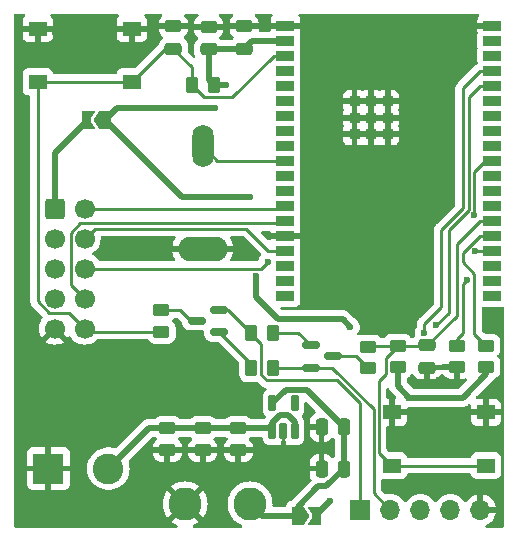
<source format=gtl>
%TF.GenerationSoftware,KiCad,Pcbnew,8.0.1*%
%TF.CreationDate,2024-04-07T23:26:14-05:00*%
%TF.ProjectId,ece445_headset,65636534-3435-45f6-9865-61647365742e,rev?*%
%TF.SameCoordinates,Original*%
%TF.FileFunction,Copper,L1,Top*%
%TF.FilePolarity,Positive*%
%FSLAX46Y46*%
G04 Gerber Fmt 4.6, Leading zero omitted, Abs format (unit mm)*
G04 Created by KiCad (PCBNEW 8.0.1) date 2024-04-07 23:26:14*
%MOMM*%
%LPD*%
G01*
G04 APERTURE LIST*
G04 Aperture macros list*
%AMRoundRect*
0 Rectangle with rounded corners*
0 $1 Rounding radius*
0 $2 $3 $4 $5 $6 $7 $8 $9 X,Y pos of 4 corners*
0 Add a 4 corners polygon primitive as box body*
4,1,4,$2,$3,$4,$5,$6,$7,$8,$9,$2,$3,0*
0 Add four circle primitives for the rounded corners*
1,1,$1+$1,$2,$3*
1,1,$1+$1,$4,$5*
1,1,$1+$1,$6,$7*
1,1,$1+$1,$8,$9*
0 Add four rect primitives between the rounded corners*
20,1,$1+$1,$2,$3,$4,$5,0*
20,1,$1+$1,$4,$5,$6,$7,0*
20,1,$1+$1,$6,$7,$8,$9,0*
20,1,$1+$1,$8,$9,$2,$3,0*%
%AMFreePoly0*
4,1,6,1.000000,0.000000,0.500000,-0.750000,-0.500000,-0.750000,-0.500000,0.750000,0.500000,0.750000,1.000000,0.000000,1.000000,0.000000,$1*%
%AMFreePoly1*
4,1,6,0.500000,-0.750000,-0.650000,-0.750000,-0.150000,0.000000,-0.650000,0.750000,0.500000,0.750000,0.500000,-0.750000,0.500000,-0.750000,$1*%
G04 Aperture macros list end*
%TA.AperFunction,SMDPad,CuDef*%
%ADD10RoundRect,0.250000X0.475000X-0.250000X0.475000X0.250000X-0.475000X0.250000X-0.475000X-0.250000X0*%
%TD*%
%TA.AperFunction,ComponentPad*%
%ADD11R,2.600000X2.600000*%
%TD*%
%TA.AperFunction,ComponentPad*%
%ADD12C,2.600000*%
%TD*%
%TA.AperFunction,SMDPad,CuDef*%
%ADD13RoundRect,0.250000X-0.475000X0.250000X-0.475000X-0.250000X0.475000X-0.250000X0.475000X0.250000X0*%
%TD*%
%TA.AperFunction,SMDPad,CuDef*%
%ADD14RoundRect,0.250000X-0.450000X0.262500X-0.450000X-0.262500X0.450000X-0.262500X0.450000X0.262500X0*%
%TD*%
%TA.AperFunction,SMDPad,CuDef*%
%ADD15RoundRect,0.250000X0.262500X0.450000X-0.262500X0.450000X-0.262500X-0.450000X0.262500X-0.450000X0*%
%TD*%
%TA.AperFunction,SMDPad,CuDef*%
%ADD16RoundRect,0.250000X0.250000X0.475000X-0.250000X0.475000X-0.250000X-0.475000X0.250000X-0.475000X0*%
%TD*%
%TA.AperFunction,SMDPad,CuDef*%
%ADD17RoundRect,0.250000X-0.262500X-0.450000X0.262500X-0.450000X0.262500X0.450000X-0.262500X0.450000X0*%
%TD*%
%TA.AperFunction,SMDPad,CuDef*%
%ADD18RoundRect,0.250000X0.450000X-0.262500X0.450000X0.262500X-0.450000X0.262500X-0.450000X-0.262500X0*%
%TD*%
%TA.AperFunction,ComponentPad*%
%ADD19RoundRect,0.250000X-0.600000X-0.600000X0.600000X-0.600000X0.600000X0.600000X-0.600000X0.600000X0*%
%TD*%
%TA.AperFunction,ComponentPad*%
%ADD20C,1.700000*%
%TD*%
%TA.AperFunction,SMDPad,CuDef*%
%ADD21RoundRect,0.060000X-0.240000X-0.615000X0.240000X-0.615000X0.240000X0.615000X-0.240000X0.615000X0*%
%TD*%
%TA.AperFunction,SMDPad,CuDef*%
%ADD22FreePoly0,180.000000*%
%TD*%
%TA.AperFunction,SMDPad,CuDef*%
%ADD23FreePoly1,180.000000*%
%TD*%
%TA.AperFunction,SMDPad,CuDef*%
%ADD24R,1.550000X1.300000*%
%TD*%
%TA.AperFunction,ComponentPad*%
%ADD25O,4.200000X2.100000*%
%TD*%
%TA.AperFunction,ComponentPad*%
%ADD26O,1.800000X3.600000*%
%TD*%
%TA.AperFunction,SMDPad,CuDef*%
%ADD27R,1.498600X0.889000*%
%TD*%
%TA.AperFunction,SMDPad,CuDef*%
%ADD28R,0.889000X0.889000*%
%TD*%
%TA.AperFunction,ComponentPad*%
%ADD29C,2.800000*%
%TD*%
%TA.AperFunction,SMDPad,CuDef*%
%ADD30RoundRect,0.150000X0.587500X0.150000X-0.587500X0.150000X-0.587500X-0.150000X0.587500X-0.150000X0*%
%TD*%
%TA.AperFunction,ComponentPad*%
%ADD31R,1.700000X1.700000*%
%TD*%
%TA.AperFunction,ComponentPad*%
%ADD32O,1.700000X1.700000*%
%TD*%
%TA.AperFunction,SMDPad,CuDef*%
%ADD33RoundRect,0.150000X-0.587500X-0.150000X0.587500X-0.150000X0.587500X0.150000X-0.587500X0.150000X0*%
%TD*%
%TA.AperFunction,SMDPad,CuDef*%
%ADD34FreePoly0,0.000000*%
%TD*%
%TA.AperFunction,SMDPad,CuDef*%
%ADD35FreePoly1,0.000000*%
%TD*%
%TA.AperFunction,ViaPad*%
%ADD36C,0.600000*%
%TD*%
%TA.AperFunction,Conductor*%
%ADD37C,0.508000*%
%TD*%
%TA.AperFunction,Conductor*%
%ADD38C,0.254000*%
%TD*%
G04 APERTURE END LIST*
D10*
%TO.P,C4,1*%
%TO.N,/CHIP_PU*%
X145000000Y-46450000D03*
%TO.P,C4,2*%
%TO.N,GND*%
X145000000Y-44550000D03*
%TD*%
D11*
%TO.P,J3,1,Pin_1*%
%TO.N,GND*%
X134420000Y-82000000D03*
D12*
%TO.P,J3,2,Pin_2*%
%TO.N,+BATT*%
X139500000Y-82000000D03*
%TD*%
D13*
%TO.P,C5,1*%
%TO.N,/GPIO0_STRAPPING*%
X166500000Y-71550000D03*
%TO.P,C5,2*%
%TO.N,GND*%
X166500000Y-73450000D03*
%TD*%
D10*
%TO.P,C6,1*%
%TO.N,+3V3*%
X151000000Y-46450000D03*
%TO.P,C6,2*%
%TO.N,GND*%
X151000000Y-44550000D03*
%TD*%
D14*
%TO.P,R3,1*%
%TO.N,/GPIO2_STRAPPING*%
X171500000Y-71587500D03*
%TO.P,R3,2*%
%TO.N,+3V3*%
X171500000Y-73412500D03*
%TD*%
D15*
%TO.P,R1,1*%
%TO.N,/DTR*%
X153412500Y-73500000D03*
%TO.P,R1,2*%
%TO.N,Net-(Q1-B)*%
X151587500Y-73500000D03*
%TD*%
D14*
%TO.P,R4,1*%
%TO.N,/GPIO5_STRAPPING*%
X169000000Y-71587500D03*
%TO.P,R4,2*%
%TO.N,GND*%
X169000000Y-73412500D03*
%TD*%
D16*
%TO.P,C9,1*%
%TO.N,Net-(JP2-A)*%
X159450000Y-82000000D03*
%TO.P,C9,2*%
%TO.N,GND*%
X157550000Y-82000000D03*
%TD*%
D17*
%TO.P,R2,1*%
%TO.N,/RTS*%
X151587500Y-70500000D03*
%TO.P,R2,2*%
%TO.N,Net-(Q2-B)*%
X153412500Y-70500000D03*
%TD*%
D18*
%TO.P,R8,1*%
%TO.N,+3V3*%
X164000000Y-73412500D03*
%TO.P,R8,2*%
%TO.N,/GPIO0_STRAPPING*%
X164000000Y-71587500D03*
%TD*%
D19*
%TO.P,J4,1,VTref*%
%TO.N,Net-(J4-VTref)*%
X134960000Y-60000000D03*
D20*
%TO.P,J4,2,SWDIO/TMS*%
%TO.N,/MTMS*%
X137500000Y-60000000D03*
%TO.P,J4,3,GND*%
%TO.N,GND*%
X134960000Y-62540000D03*
%TO.P,J4,4,SWDCLK/TCK*%
%TO.N,/MTCK*%
X137500000Y-62540000D03*
%TO.P,J4,5,GND*%
%TO.N,GND*%
X134960000Y-65080000D03*
%TO.P,J4,6,SWO/TDO*%
%TO.N,/MTDO*%
X137500000Y-65080000D03*
%TO.P,J4,7,KEY*%
%TO.N,unconnected-(J4-KEY-Pad7)*%
X134960000Y-67620000D03*
%TO.P,J4,8,NC/TDI*%
%TO.N,/MTDI*%
X137500000Y-67620000D03*
%TO.P,J4,9,GNDDetect*%
%TO.N,GND*%
X134960000Y-70160000D03*
%TO.P,J4,10,~{RESET}*%
%TO.N,/CHIP_PU*%
X137500000Y-70160000D03*
%TD*%
D21*
%TO.P,U1,1,VIN*%
%TO.N,+BATT*%
X153378392Y-78843216D03*
%TO.P,U1,2,GND*%
%TO.N,GND*%
X154328392Y-78843216D03*
%TO.P,U1,3,EN*%
%TO.N,+BATT*%
X155278392Y-78843216D03*
%TO.P,U1,4,NC*%
%TO.N,unconnected-(U1-NC-Pad4)*%
X155278392Y-76473216D03*
%TO.P,U1,5,VOUT*%
%TO.N,Net-(JP2-A)*%
X153378392Y-76473216D03*
%TD*%
D22*
%TO.P,JP1,1,A*%
%TO.N,+3V3*%
X139225000Y-52500000D03*
D23*
%TO.P,JP1,2,B*%
%TO.N,Net-(J4-VTref)*%
X137775000Y-52500000D03*
%TD*%
D15*
%TO.P,R7,1*%
%TO.N,+3V3*%
X148412500Y-49500000D03*
%TO.P,R7,2*%
%TO.N,/CHIP_PU*%
X146587500Y-49500000D03*
%TD*%
D10*
%TO.P,C7,1*%
%TO.N,+3V3*%
X148000000Y-46500000D03*
%TO.P,C7,2*%
%TO.N,GND*%
X148000000Y-44600000D03*
%TD*%
D13*
%TO.P,C2,1*%
%TO.N,+BATT*%
X147500000Y-78550000D03*
%TO.P,C2,2*%
%TO.N,GND*%
X147500000Y-80450000D03*
%TD*%
D24*
%TO.P,SW2,1,1*%
%TO.N,GND*%
X163525000Y-77250000D03*
X171475000Y-77250000D03*
%TO.P,SW2,2,2*%
%TO.N,/GPIO0_STRAPPING*%
X163525000Y-81750000D03*
X171475000Y-81750000D03*
%TD*%
D13*
%TO.P,C3,1*%
%TO.N,+BATT*%
X150500000Y-78550000D03*
%TO.P,C3,2*%
%TO.N,GND*%
X150500000Y-80450000D03*
%TD*%
D24*
%TO.P,SW1,1,1*%
%TO.N,GND*%
X133525000Y-44750000D03*
X141475000Y-44750000D03*
%TO.P,SW1,2,2*%
%TO.N,/CHIP_PU*%
X133525000Y-49250000D03*
X141475000Y-49250000D03*
%TD*%
D25*
%TO.P,J1,1*%
%TO.N,GND*%
X147500000Y-63400000D03*
D26*
%TO.P,J1,2*%
%TO.N,/DAC1_OUT*%
X147500000Y-54700000D03*
%TD*%
D27*
%TO.P,U2,1,GND*%
%TO.N,GND*%
X154500000Y-44500000D03*
%TO.P,U2,2,3V3*%
%TO.N,+3V3*%
X154500000Y-45770000D03*
%TO.P,U2,3,EN*%
%TO.N,/CHIP_PU*%
X154500000Y-47040000D03*
%TO.P,U2,4,SENSOR_VP*%
%TO.N,/SENSOR_VP*%
X154500000Y-48310000D03*
%TO.P,U2,5,SENSOR_VN*%
%TO.N,/SENSOR_VN*%
X154500000Y-49580000D03*
%TO.P,U2,6,IO34*%
%TO.N,/GPIO34*%
X154500000Y-50850000D03*
%TO.P,U2,7,IO35*%
%TO.N,/GPIO35*%
X154500000Y-52120000D03*
%TO.P,U2,8,IO32*%
%TO.N,/GPIO32*%
X154500000Y-53390000D03*
%TO.P,U2,9,IO33*%
%TO.N,/GPIO33*%
X154500000Y-54660000D03*
%TO.P,U2,10,IO25*%
%TO.N,/DAC1_OUT*%
X154500000Y-55930000D03*
%TO.P,U2,11,IO26*%
%TO.N,/GPIO26*%
X154500000Y-57200000D03*
%TO.P,U2,12,IO27*%
%TO.N,/GPIO27*%
X154500000Y-58470000D03*
%TO.P,U2,13,IO14*%
%TO.N,/MTMS*%
X154500000Y-59740000D03*
%TO.P,U2,14,IO12*%
%TO.N,/MTDI*%
X154500000Y-61010000D03*
%TO.P,U2,15,GND*%
%TO.N,GND*%
X154500000Y-62280000D03*
%TO.P,U2,16,IO13*%
%TO.N,/MTCK*%
X154500000Y-63550000D03*
%TO.P,U2,17,NC*%
%TO.N,unconnected-(U2-NC-Pad17)*%
X154500000Y-64820000D03*
%TO.P,U2,18,NC*%
%TO.N,unconnected-(U2-NC-Pad18)*%
X154500000Y-66090000D03*
%TO.P,U2,19,NC*%
%TO.N,unconnected-(U2-NC-Pad19)*%
X154500000Y-67360000D03*
%TO.P,U2,20,NC*%
%TO.N,unconnected-(U2-NC-Pad20)*%
X172000600Y-67360000D03*
%TO.P,U2,21,NC*%
%TO.N,unconnected-(U2-NC-Pad21)*%
X172000600Y-66090000D03*
%TO.P,U2,22,NC*%
%TO.N,unconnected-(U2-NC-Pad22)*%
X172000600Y-64820000D03*
%TO.P,U2,23,IO15*%
%TO.N,/MTDO*%
X172000600Y-63550000D03*
%TO.P,U2,24,IO2*%
%TO.N,/GPIO2_STRAPPING*%
X172000600Y-62280000D03*
%TO.P,U2,25,IO0*%
%TO.N,/GPIO0_STRAPPING*%
X172000600Y-61010000D03*
%TO.P,U2,26,IO4*%
%TO.N,/GPIO4*%
X172000600Y-59740000D03*
%TO.P,U2,27,NC*%
%TO.N,unconnected-(U2-NC-Pad27)*%
X172000600Y-58470000D03*
%TO.P,U2,28,NC*%
%TO.N,unconnected-(U2-NC-Pad28)*%
X172000600Y-57200000D03*
%TO.P,U2,29,IO5*%
%TO.N,/GPIO5_STRAPPING*%
X172000600Y-55930000D03*
%TO.P,U2,30,IO18*%
%TO.N,/GPIO18*%
X172000600Y-54660000D03*
%TO.P,U2,31,IO19*%
%TO.N,/GPIO19*%
X172000600Y-53390000D03*
%TO.P,U2,32,NC*%
%TO.N,unconnected-(U2-NC-Pad32)*%
X172000600Y-52120000D03*
%TO.P,U2,33,IO21*%
%TO.N,/GPIO21*%
X172000600Y-50850000D03*
%TO.P,U2,34,RXD0*%
%TO.N,/RX*%
X172000600Y-49580000D03*
%TO.P,U2,35,TXD0*%
%TO.N,/TX*%
X172000600Y-48310000D03*
%TO.P,U2,36,IO22*%
%TO.N,/GPIO22*%
X172000600Y-47040000D03*
%TO.P,U2,37,IO23*%
%TO.N,/GPIO23*%
X172000600Y-45770000D03*
%TO.P,U2,38,GND*%
%TO.N,GND*%
X172000600Y-44500000D03*
D28*
%TO.P,U2,39,GND*%
X160347080Y-50898260D03*
%TO.P,U2,40,GND*%
X161746620Y-50898260D03*
%TO.P,U2,41,GND*%
X163146160Y-50898260D03*
%TO.P,U2,42,GND*%
X160347080Y-52297800D03*
%TO.P,U2,43,GND*%
X161746620Y-52297800D03*
%TO.P,U2,44,GND*%
X163146160Y-52297800D03*
%TO.P,U2,45,GND*%
X160347080Y-53697340D03*
%TO.P,U2,46,GND*%
X161746620Y-53697340D03*
%TO.P,U2,47,GND*%
X163146160Y-53697340D03*
%TD*%
D16*
%TO.P,C8,1*%
%TO.N,Net-(JP2-A)*%
X159450000Y-78500000D03*
%TO.P,C8,2*%
%TO.N,GND*%
X157550000Y-78500000D03*
%TD*%
D29*
%TO.P,TP1,1,1*%
%TO.N,Net-(JP2-A)*%
X151500000Y-85000000D03*
%TD*%
D30*
%TO.P,Q1,1,B*%
%TO.N,Net-(Q1-B)*%
X148875000Y-70450000D03*
%TO.P,Q1,2,E*%
%TO.N,/RTS*%
X148875000Y-68550000D03*
%TO.P,Q1,3,C*%
%TO.N,Net-(Q1-C)*%
X147000000Y-69500000D03*
%TD*%
D18*
%TO.P,R6,1*%
%TO.N,Net-(Q2-C)*%
X161500000Y-73500000D03*
%TO.P,R6,2*%
%TO.N,/GPIO0_STRAPPING*%
X161500000Y-71675000D03*
%TD*%
D31*
%TO.P,J2,1,Pin_1*%
%TO.N,/RTS*%
X160840000Y-85500000D03*
D32*
%TO.P,J2,2,Pin_2*%
%TO.N,/DTR*%
X163380000Y-85500000D03*
%TO.P,J2,3,Pin_3*%
%TO.N,/TX*%
X165920000Y-85500000D03*
%TO.P,J2,4,Pin_4*%
%TO.N,/RX*%
X168460000Y-85500000D03*
%TO.P,J2,5,Pin_5*%
%TO.N,GND*%
X171000000Y-85500000D03*
%TD*%
D14*
%TO.P,R5,1*%
%TO.N,Net-(Q1-C)*%
X144000000Y-68587500D03*
%TO.P,R5,2*%
%TO.N,/CHIP_PU*%
X144000000Y-70412500D03*
%TD*%
D33*
%TO.P,Q2,1,B*%
%TO.N,Net-(Q2-B)*%
X156625000Y-71550000D03*
%TO.P,Q2,2,E*%
%TO.N,/DTR*%
X156625000Y-73450000D03*
%TO.P,Q2,3,C*%
%TO.N,Net-(Q2-C)*%
X158500000Y-72500000D03*
%TD*%
D13*
%TO.P,C1,1*%
%TO.N,+BATT*%
X144500000Y-78550000D03*
%TO.P,C1,2*%
%TO.N,GND*%
X144500000Y-80450000D03*
%TD*%
D34*
%TO.P,JP2,1,A*%
%TO.N,Net-(JP2-A)*%
X155550000Y-86000000D03*
D35*
%TO.P,JP2,2,B*%
%TO.N,+3V3*%
X157000000Y-86000000D03*
%TD*%
D29*
%TO.P,TP2,1,1*%
%TO.N,GND*%
X146000000Y-85000000D03*
%TD*%
D36*
%TO.N,GND*%
X150500000Y-63500000D03*
X167500000Y-74500000D03*
X169000000Y-74500000D03*
X172000000Y-80000000D03*
X171000000Y-80000000D03*
X172000000Y-79000000D03*
X171000000Y-79000000D03*
X152500000Y-82000000D03*
X153500000Y-82000000D03*
X154500000Y-82000000D03*
X155500000Y-82000000D03*
X155500000Y-81000000D03*
X154500000Y-81000000D03*
X153500000Y-81000000D03*
X152500000Y-81000000D03*
X140000000Y-44500000D03*
X170500000Y-44500000D03*
X156000000Y-44500000D03*
X152500000Y-44500000D03*
X149500000Y-44500000D03*
X146500000Y-44500000D03*
X143000000Y-44500000D03*
X135000000Y-45000000D03*
X132000000Y-45000000D03*
X144500000Y-63500000D03*
X164500000Y-80000000D03*
X163500000Y-80000000D03*
X164500000Y-79000000D03*
X163500000Y-79000000D03*
%TO.N,+3V3*%
X152000000Y-65707000D03*
X160000000Y-70000000D03*
X151500000Y-59000000D03*
X148500000Y-51500000D03*
%TO.N,GND*%
X163500000Y-55000000D03*
X162000000Y-49500000D03*
X163000000Y-49500000D03*
X159000000Y-53000000D03*
X162500000Y-55000000D03*
X164500000Y-52500000D03*
X164500000Y-50500000D03*
X164500000Y-54500000D03*
X161000000Y-49500000D03*
X161500000Y-55000000D03*
X159000000Y-54000000D03*
X159500000Y-55000000D03*
X164500000Y-51500000D03*
X159000000Y-52000000D03*
X160000000Y-49500000D03*
X159000000Y-50000000D03*
X159000000Y-51000000D03*
X160500000Y-55000000D03*
X164500000Y-53500000D03*
X164000000Y-49500000D03*
%TO.N,+3V3*%
X165000000Y-76000000D03*
X158250000Y-84750000D03*
X149500000Y-49500000D03*
%TO.N,/TX*%
X166264998Y-70490341D03*
%TO.N,/RX*%
X167275669Y-69887617D03*
%TO.N,/MTDO*%
X153000000Y-64500000D03*
X170582006Y-63582006D03*
%TO.N,/GPIO5_STRAPPING*%
X170500000Y-60500000D03*
X169873000Y-66000000D03*
%TD*%
D37*
%TO.N,+3V3*%
X145725000Y-59000000D02*
X139225000Y-52500000D01*
X151500000Y-59000000D02*
X145725000Y-59000000D01*
X153846000Y-69346000D02*
X159346000Y-69346000D01*
X152000000Y-65707000D02*
X152000000Y-67500000D01*
X152000000Y-67500000D02*
X153846000Y-69346000D01*
X159346000Y-69346000D02*
X160000000Y-70000000D01*
D38*
%TO.N,/TX*%
X170997300Y-48310000D02*
X172000600Y-48310000D01*
X169500000Y-49807300D02*
X170997300Y-48310000D01*
X167704644Y-61766592D02*
X169500000Y-59971236D01*
X167704644Y-68295356D02*
X167704644Y-61766592D01*
X166264998Y-69735002D02*
X167704644Y-68295356D01*
X166264998Y-70490341D02*
X166264998Y-69735002D01*
X169500000Y-59971236D02*
X169500000Y-49807300D01*
%TO.N,/RX*%
X170997300Y-49580000D02*
X172000600Y-49580000D01*
X170000000Y-60113288D02*
X170000000Y-50577300D01*
X170000000Y-50577300D02*
X170997300Y-49580000D01*
X168331644Y-61781644D02*
X170000000Y-60113288D01*
X167275669Y-69887617D02*
X168331644Y-68831642D01*
X168331644Y-68831642D02*
X168331644Y-61781644D01*
D37*
%TO.N,+3V3*%
X165000000Y-76000000D02*
X169500000Y-76000000D01*
X164000000Y-75000000D02*
X164000000Y-73412500D01*
X171500000Y-74000000D02*
X171500000Y-73412500D01*
X165000000Y-76000000D02*
X164000000Y-75000000D01*
X169500000Y-76000000D02*
X171500000Y-74000000D01*
X140225000Y-51500000D02*
X139225000Y-52500000D01*
X148500000Y-51500000D02*
X140225000Y-51500000D01*
%TO.N,+BATT*%
X153085176Y-78550000D02*
X153378392Y-78843216D01*
X155278392Y-78056784D02*
X155278392Y-78843216D01*
X139500000Y-82000000D02*
X140000000Y-82000000D01*
X144500000Y-78550000D02*
X142950000Y-78550000D01*
X142950000Y-78550000D02*
X139500000Y-82000000D01*
X153378392Y-78843216D02*
X153378392Y-78168217D01*
X147500000Y-78550000D02*
X150500000Y-78550000D01*
X153378392Y-78168217D02*
X154046609Y-77500000D01*
X144500000Y-78550000D02*
X147500000Y-78550000D01*
X154046609Y-77500000D02*
X154721608Y-77500000D01*
X154721608Y-77500000D02*
X155278392Y-78056784D01*
X150500000Y-78550000D02*
X153085176Y-78550000D01*
D38*
%TO.N,/CHIP_PU*%
X144275000Y-46450000D02*
X141475000Y-49250000D01*
X134472470Y-68797000D02*
X133525000Y-67849530D01*
X133525000Y-67849530D02*
X133525000Y-49250000D01*
X137500000Y-70160000D02*
X136137000Y-68797000D01*
X141475000Y-49250000D02*
X133525000Y-49250000D01*
X136137000Y-68797000D02*
X134472470Y-68797000D01*
X146587500Y-49500000D02*
X146587500Y-48037500D01*
X153496700Y-47040000D02*
X150009700Y-50527000D01*
X154500000Y-47040000D02*
X153496700Y-47040000D01*
X147614500Y-50527000D02*
X146587500Y-49500000D01*
X146587500Y-48037500D02*
X145000000Y-46450000D01*
X137752500Y-70412500D02*
X137500000Y-70160000D01*
X150009700Y-50527000D02*
X147614500Y-50527000D01*
X144000000Y-70412500D02*
X137752500Y-70412500D01*
X145000000Y-46450000D02*
X144275000Y-46450000D01*
%TO.N,/GPIO0_STRAPPING*%
X161587500Y-71587500D02*
X161500000Y-71675000D01*
X162973000Y-72614500D02*
X164000000Y-71587500D01*
X169000000Y-63007300D02*
X170997300Y-61010000D01*
X163525000Y-81750000D02*
X171475000Y-81750000D01*
X169000000Y-69050000D02*
X169000000Y-63007300D01*
X162423000Y-80648000D02*
X162423000Y-74577000D01*
X166500000Y-71550000D02*
X169000000Y-69050000D01*
X170997300Y-61010000D02*
X172000600Y-61010000D01*
X164000000Y-71587500D02*
X161587500Y-71587500D01*
X163525000Y-81750000D02*
X162423000Y-80648000D01*
X164000000Y-71587500D02*
X166462500Y-71587500D01*
X162423000Y-74577000D02*
X162973000Y-74027000D01*
X166462500Y-71587500D02*
X166500000Y-71550000D01*
X162973000Y-74027000D02*
X162973000Y-72614500D01*
D37*
%TO.N,+3V3*%
X157008903Y-85991097D02*
X157008903Y-86000000D01*
X158250000Y-84750000D02*
X157008903Y-85991097D01*
X148000000Y-46500000D02*
X150950000Y-46500000D01*
X148000000Y-46500000D02*
X148000000Y-49087500D01*
X148050000Y-46450000D02*
X148000000Y-46500000D01*
X148000000Y-49087500D02*
X148412500Y-49500000D01*
X150950000Y-46500000D02*
X151000000Y-46450000D01*
X148412500Y-49500000D02*
X149500000Y-49500000D01*
X151680000Y-45770000D02*
X151000000Y-46450000D01*
X154500000Y-45770000D02*
X151680000Y-45770000D01*
%TO.N,Net-(JP2-A)*%
X155550000Y-86000000D02*
X152500000Y-86000000D01*
X152500000Y-86000000D02*
X151500000Y-85000000D01*
X155550000Y-85245000D02*
X157295000Y-83500000D01*
X157295000Y-83500000D02*
X157950000Y-83500000D01*
X153378392Y-76473216D02*
X154507392Y-75344216D01*
X157950000Y-83500000D02*
X159450000Y-82000000D01*
X159450000Y-82000000D02*
X159450000Y-78500000D01*
X155550000Y-86000000D02*
X155550000Y-85245000D01*
X154507392Y-75344216D02*
X156294216Y-75344216D01*
X156294216Y-75344216D02*
X159450000Y-78500000D01*
D38*
%TO.N,/DTR*%
X161969000Y-84089000D02*
X163380000Y-85500000D01*
X156575000Y-73500000D02*
X156625000Y-73450000D01*
X156625000Y-73450000D02*
X158450000Y-73450000D01*
X161969000Y-76969000D02*
X161969000Y-84089000D01*
X153412500Y-73500000D02*
X156575000Y-73500000D01*
X158450000Y-73450000D02*
X161969000Y-76969000D01*
%TO.N,/RTS*%
X152904072Y-74527000D02*
X158884948Y-74527000D01*
X149637500Y-68550000D02*
X151587500Y-70500000D01*
X158884948Y-74527000D02*
X160840000Y-76482052D01*
X160840000Y-76482052D02*
X160840000Y-85500000D01*
X151587500Y-70500000D02*
X151587500Y-70587500D01*
X151587500Y-70587500D02*
X152427000Y-71427000D01*
X148875000Y-68550000D02*
X149637500Y-68550000D01*
X152427000Y-74049928D02*
X152904072Y-74527000D01*
X152427000Y-71427000D02*
X152427000Y-74049928D01*
%TO.N,/MTMS*%
X137500000Y-60000000D02*
X154240000Y-60000000D01*
X154240000Y-60000000D02*
X154500000Y-59740000D01*
%TO.N,/MTDO*%
X152420000Y-65080000D02*
X153000000Y-64500000D01*
X137500000Y-65080000D02*
X152420000Y-65080000D01*
X170614012Y-63550000D02*
X172000600Y-63550000D01*
X170582006Y-63582006D02*
X170614012Y-63550000D01*
%TO.N,/MTDI*%
X154274000Y-61236000D02*
X154500000Y-61010000D01*
X137139470Y-61236000D02*
X154274000Y-61236000D01*
X136323000Y-66443000D02*
X136323000Y-62052470D01*
X136323000Y-62052470D02*
X137139470Y-61236000D01*
X137500000Y-67620000D02*
X136323000Y-66443000D01*
%TO.N,/MTCK*%
X151190000Y-61690000D02*
X153050000Y-63550000D01*
X153050000Y-63550000D02*
X154500000Y-63550000D01*
X138350000Y-61690000D02*
X151190000Y-61690000D01*
X137500000Y-62540000D02*
X138350000Y-61690000D01*
%TO.N,Net-(Q2-C)*%
X158500000Y-72500000D02*
X160500000Y-72500000D01*
X160500000Y-72500000D02*
X161500000Y-73500000D01*
%TO.N,Net-(Q2-B)*%
X155575000Y-70500000D02*
X156625000Y-71550000D01*
X153412500Y-70500000D02*
X155575000Y-70500000D01*
D37*
%TO.N,Net-(J4-VTref)*%
X134960000Y-55306097D02*
X137766097Y-52500000D01*
X134960000Y-60000000D02*
X134960000Y-55306097D01*
D38*
%TO.N,Net-(Q1-C)*%
X146500000Y-69500000D02*
X145587500Y-68587500D01*
X147000000Y-69500000D02*
X146500000Y-69500000D01*
X145587500Y-68587500D02*
X144000000Y-68587500D01*
%TO.N,Net-(Q1-B)*%
X148875000Y-70450000D02*
X151587500Y-73162500D01*
X151587500Y-73162500D02*
X151587500Y-73500000D01*
%TO.N,/DAC1_OUT*%
X154500000Y-55930000D02*
X148730000Y-55930000D01*
X148730000Y-55930000D02*
X147500000Y-54700000D01*
%TO.N,/GPIO2_STRAPPING*%
X170500000Y-65500000D02*
X169500000Y-64500000D01*
X169500000Y-63777300D02*
X170997300Y-62280000D01*
X169500000Y-64500000D02*
X169500000Y-63777300D01*
X170500000Y-70587500D02*
X170500000Y-65500000D01*
X170997300Y-62280000D02*
X172000600Y-62280000D01*
X171500000Y-71587500D02*
X170500000Y-70587500D01*
%TO.N,/GPIO5_STRAPPING*%
X169500000Y-66373000D02*
X169873000Y-66000000D01*
X169000000Y-71587500D02*
X169000000Y-71000000D01*
X170500000Y-60500000D02*
X170500000Y-56852800D01*
X172000600Y-55930000D02*
X172517500Y-55930000D01*
X171422800Y-55930000D02*
X172000600Y-55930000D01*
X169500000Y-70500000D02*
X169500000Y-66373000D01*
X170500000Y-56852800D02*
X171422800Y-55930000D01*
X169000000Y-71000000D02*
X169500000Y-70500000D01*
%TD*%
%TA.AperFunction,Conductor*%
%TO.N,GND*%
G36*
X132410979Y-43520185D02*
G01*
X132456734Y-43572989D01*
X132466678Y-43642147D01*
X132437653Y-43705703D01*
X132418252Y-43723766D01*
X132392809Y-43742812D01*
X132306649Y-43857906D01*
X132306645Y-43857913D01*
X132256403Y-43992620D01*
X132256401Y-43992627D01*
X132250000Y-44052155D01*
X132250000Y-44500000D01*
X134800000Y-44500000D01*
X134800000Y-44052172D01*
X134799999Y-44052155D01*
X134793598Y-43992627D01*
X134793596Y-43992620D01*
X134743354Y-43857913D01*
X134743350Y-43857906D01*
X134657190Y-43742812D01*
X134631748Y-43723766D01*
X134589878Y-43667832D01*
X134584894Y-43598140D01*
X134618380Y-43536818D01*
X134679703Y-43503333D01*
X134706060Y-43500500D01*
X140293940Y-43500500D01*
X140360979Y-43520185D01*
X140406734Y-43572989D01*
X140416678Y-43642147D01*
X140387653Y-43705703D01*
X140368252Y-43723766D01*
X140342809Y-43742812D01*
X140256649Y-43857906D01*
X140256645Y-43857913D01*
X140206403Y-43992620D01*
X140206401Y-43992627D01*
X140200000Y-44052155D01*
X140200000Y-44500000D01*
X142750000Y-44500000D01*
X142750000Y-44052172D01*
X142749999Y-44052155D01*
X142743598Y-43992627D01*
X142743596Y-43992620D01*
X142693354Y-43857913D01*
X142693350Y-43857906D01*
X142607190Y-43742812D01*
X142581748Y-43723766D01*
X142539878Y-43667832D01*
X142534894Y-43598140D01*
X142568380Y-43536818D01*
X142629703Y-43503333D01*
X142656060Y-43500500D01*
X143964477Y-43500500D01*
X144031516Y-43520185D01*
X144077271Y-43572989D01*
X144087215Y-43642147D01*
X144058190Y-43705703D01*
X144052158Y-43712181D01*
X143932684Y-43831654D01*
X143840643Y-43980875D01*
X143840641Y-43980880D01*
X143785494Y-44147302D01*
X143785493Y-44147309D01*
X143775000Y-44250013D01*
X143775000Y-44300000D01*
X146224999Y-44300000D01*
X146224999Y-44250028D01*
X146224998Y-44250013D01*
X146214505Y-44147302D01*
X146159358Y-43980880D01*
X146159356Y-43980875D01*
X146067315Y-43831654D01*
X145947842Y-43712181D01*
X145914357Y-43650858D01*
X145919341Y-43581166D01*
X145961213Y-43525233D01*
X146026677Y-43500816D01*
X146035523Y-43500500D01*
X147036378Y-43500500D01*
X147103417Y-43520185D01*
X147149172Y-43572989D01*
X147159116Y-43642147D01*
X147130091Y-43705703D01*
X147101475Y-43730039D01*
X147056654Y-43757684D01*
X146932684Y-43881654D01*
X146840643Y-44030875D01*
X146840641Y-44030880D01*
X146785494Y-44197302D01*
X146785493Y-44197309D01*
X146775000Y-44300013D01*
X146775000Y-44350000D01*
X149224999Y-44350000D01*
X149224999Y-44300028D01*
X149224998Y-44300013D01*
X149214505Y-44197302D01*
X149159358Y-44030880D01*
X149159356Y-44030875D01*
X149067315Y-43881654D01*
X148943345Y-43757684D01*
X148898525Y-43730039D01*
X148851801Y-43678091D01*
X148840578Y-43609128D01*
X148868422Y-43545046D01*
X148926490Y-43506190D01*
X148963622Y-43500500D01*
X149964477Y-43500500D01*
X150031516Y-43520185D01*
X150077271Y-43572989D01*
X150087215Y-43642147D01*
X150058190Y-43705703D01*
X150052158Y-43712181D01*
X149932684Y-43831654D01*
X149840643Y-43980875D01*
X149840641Y-43980880D01*
X149785494Y-44147302D01*
X149785493Y-44147309D01*
X149775000Y-44250013D01*
X149775000Y-44300000D01*
X152224999Y-44300000D01*
X152224999Y-44250028D01*
X152224998Y-44250013D01*
X152214505Y-44147302D01*
X152159358Y-43980880D01*
X152159356Y-43980875D01*
X152067315Y-43831654D01*
X151947842Y-43712181D01*
X151914357Y-43650858D01*
X151919341Y-43581166D01*
X151961213Y-43525233D01*
X152026677Y-43500816D01*
X152035523Y-43500500D01*
X153293870Y-43500500D01*
X153360909Y-43520185D01*
X153406664Y-43572989D01*
X153416608Y-43642147D01*
X153393137Y-43698811D01*
X153307346Y-43813411D01*
X153307345Y-43813413D01*
X153257103Y-43948120D01*
X153257101Y-43948127D01*
X153250700Y-44007655D01*
X153250700Y-44250000D01*
X155749300Y-44250000D01*
X155749300Y-44007672D01*
X155749299Y-44007655D01*
X155742898Y-43948127D01*
X155742896Y-43948120D01*
X155692654Y-43813413D01*
X155692653Y-43813411D01*
X155606863Y-43698811D01*
X155582446Y-43633347D01*
X155597297Y-43565074D01*
X155646702Y-43515668D01*
X155706130Y-43500500D01*
X170794470Y-43500500D01*
X170861509Y-43520185D01*
X170907264Y-43572989D01*
X170917208Y-43642147D01*
X170893737Y-43698811D01*
X170807946Y-43813411D01*
X170807945Y-43813413D01*
X170757703Y-43948120D01*
X170757701Y-43948127D01*
X170751300Y-44007655D01*
X170751300Y-44250000D01*
X172126600Y-44250000D01*
X172193639Y-44269685D01*
X172239394Y-44322489D01*
X172250600Y-44374000D01*
X172250600Y-44626000D01*
X172230915Y-44693039D01*
X172178111Y-44738794D01*
X172126600Y-44750000D01*
X170751300Y-44750000D01*
X170751300Y-44992344D01*
X170757701Y-45051872D01*
X170757703Y-45051880D01*
X170772276Y-45090952D01*
X170777260Y-45160644D01*
X170772277Y-45177616D01*
X170757208Y-45218018D01*
X170751798Y-45268345D01*
X170750801Y-45277623D01*
X170750800Y-45277635D01*
X170750800Y-46262370D01*
X170750801Y-46262376D01*
X170757208Y-46321982D01*
X170772010Y-46361669D01*
X170776993Y-46431361D01*
X170772010Y-46448331D01*
X170757208Y-46488017D01*
X170751170Y-46544185D01*
X170750801Y-46547623D01*
X170750800Y-46547635D01*
X170750800Y-47532370D01*
X170750801Y-47532376D01*
X170757208Y-47591982D01*
X170760182Y-47599955D01*
X170765163Y-47669647D01*
X170731676Y-47730969D01*
X170702449Y-47752643D01*
X170700068Y-47753915D01*
X170604718Y-47817627D01*
X170597291Y-47822589D01*
X170597286Y-47822593D01*
X169448520Y-48971361D01*
X169099992Y-49319889D01*
X169012589Y-49407292D01*
X168943916Y-49510069D01*
X168930061Y-49543514D01*
X168930062Y-49543515D01*
X168896615Y-49624262D01*
X168896612Y-49624272D01*
X168877555Y-49720080D01*
X168872500Y-49745492D01*
X168872500Y-59659955D01*
X168852815Y-59726994D01*
X168836181Y-59747636D01*
X167304636Y-61279181D01*
X167261945Y-61321872D01*
X167217230Y-61366586D01*
X167217229Y-61366588D01*
X167148567Y-61469348D01*
X167148558Y-61469365D01*
X167142325Y-61484410D01*
X167142326Y-61484411D01*
X167101258Y-61583556D01*
X167101256Y-61583564D01*
X167082747Y-61676611D01*
X167082748Y-61676612D01*
X167077144Y-61704788D01*
X167077144Y-67984075D01*
X167057459Y-68051114D01*
X167040825Y-68071756D01*
X165864990Y-69247591D01*
X165842877Y-69269704D01*
X165777585Y-69334995D01*
X165708918Y-69437762D01*
X165708911Y-69437775D01*
X165702570Y-69453086D01*
X165702570Y-69453087D01*
X165661613Y-69551964D01*
X165661610Y-69551974D01*
X165641634Y-69652403D01*
X165641634Y-69652404D01*
X165637498Y-69673196D01*
X165637498Y-69948669D01*
X165618492Y-70014641D01*
X165539209Y-70140817D01*
X165479629Y-70311086D01*
X165479628Y-70311091D01*
X165459433Y-70490337D01*
X165459433Y-70490344D01*
X165479629Y-70669594D01*
X165483551Y-70680802D01*
X165487114Y-70750581D01*
X165454193Y-70809438D01*
X165432291Y-70831340D01*
X165432289Y-70831342D01*
X165432288Y-70831344D01*
X165389263Y-70901098D01*
X165337317Y-70947821D01*
X165283726Y-70960000D01*
X165175854Y-70960000D01*
X165108815Y-70940315D01*
X165070316Y-70901097D01*
X165058485Y-70881917D01*
X165042712Y-70856344D01*
X164918656Y-70732288D01*
X164821724Y-70672500D01*
X164769336Y-70640187D01*
X164769331Y-70640185D01*
X164726297Y-70625925D01*
X164602797Y-70585001D01*
X164602795Y-70585000D01*
X164500010Y-70574500D01*
X163499998Y-70574500D01*
X163499980Y-70574501D01*
X163397203Y-70585000D01*
X163397200Y-70585001D01*
X163230668Y-70640185D01*
X163230663Y-70640187D01*
X163081342Y-70732289D01*
X162957289Y-70856342D01*
X162957287Y-70856345D01*
X162929684Y-70901097D01*
X162877736Y-70947822D01*
X162824146Y-70960000D01*
X162610230Y-70960000D01*
X162543191Y-70940315D01*
X162522549Y-70923681D01*
X162418657Y-70819789D01*
X162418656Y-70819788D01*
X162269334Y-70727686D01*
X162102797Y-70672501D01*
X162102795Y-70672500D01*
X162000010Y-70662000D01*
X160999998Y-70662000D01*
X160999980Y-70662001D01*
X160897203Y-70672500D01*
X160897200Y-70672501D01*
X160739336Y-70724813D01*
X160669508Y-70727215D01*
X160609466Y-70691483D01*
X160578273Y-70628963D01*
X160585834Y-70559503D01*
X160612650Y-70519427D01*
X160629816Y-70502262D01*
X160725789Y-70349522D01*
X160785368Y-70179255D01*
X160786628Y-70168076D01*
X160805565Y-70000003D01*
X160805565Y-69999996D01*
X160785369Y-69820750D01*
X160785368Y-69820745D01*
X160763135Y-69757206D01*
X160725789Y-69650478D01*
X160725174Y-69649500D01*
X160679627Y-69577011D01*
X160629816Y-69497738D01*
X160502262Y-69370184D01*
X160349522Y-69274211D01*
X160349519Y-69274210D01*
X160343626Y-69270507D01*
X160344130Y-69269704D01*
X160318639Y-69251615D01*
X159826969Y-68759943D01*
X159826968Y-68759942D01*
X159785773Y-68732417D01*
X159703389Y-68677370D01*
X159703386Y-68677368D01*
X159703385Y-68677368D01*
X159622955Y-68644053D01*
X159566080Y-68620495D01*
X159541894Y-68615684D01*
X159420314Y-68591499D01*
X159420312Y-68591499D01*
X159271688Y-68591499D01*
X159265574Y-68591499D01*
X159265554Y-68591500D01*
X154209886Y-68591500D01*
X154142847Y-68571815D01*
X154122205Y-68555181D01*
X154083704Y-68516680D01*
X154050219Y-68455357D01*
X154055203Y-68385665D01*
X154097075Y-68329732D01*
X154162539Y-68305315D01*
X154171385Y-68304999D01*
X155297171Y-68304999D01*
X155297172Y-68304999D01*
X155356783Y-68298591D01*
X155491631Y-68248296D01*
X155606846Y-68162046D01*
X155693096Y-68046831D01*
X155743391Y-67911983D01*
X155749800Y-67852373D01*
X155749799Y-66867628D01*
X155743391Y-66808017D01*
X155728590Y-66768334D01*
X155723605Y-66698642D01*
X155728589Y-66681669D01*
X155743391Y-66641983D01*
X155749800Y-66582373D01*
X155749799Y-65597628D01*
X155743391Y-65538017D01*
X155728590Y-65498334D01*
X155723605Y-65428642D01*
X155728589Y-65411669D01*
X155743391Y-65371983D01*
X155749800Y-65312373D01*
X155749799Y-64327628D01*
X155743391Y-64268017D01*
X155734725Y-64244784D01*
X155728590Y-64228334D01*
X155723605Y-64158642D01*
X155728587Y-64141671D01*
X155743391Y-64101983D01*
X155749800Y-64042373D01*
X155749799Y-63057628D01*
X155743391Y-62998017D01*
X155728322Y-62957617D01*
X155723339Y-62887927D01*
X155728324Y-62870949D01*
X155742898Y-62831876D01*
X155749299Y-62772344D01*
X155749300Y-62772327D01*
X155749300Y-62530000D01*
X153250700Y-62530000D01*
X153250700Y-62563919D01*
X153231015Y-62630958D01*
X153178211Y-62676713D01*
X153109053Y-62686657D01*
X153045497Y-62657632D01*
X153039019Y-62651600D01*
X152462600Y-62075181D01*
X152429115Y-62013858D01*
X152434099Y-61944166D01*
X152475971Y-61888233D01*
X152541435Y-61863816D01*
X152550281Y-61863500D01*
X153126700Y-61863500D01*
X153193739Y-61883185D01*
X153239494Y-61935989D01*
X153250700Y-61987500D01*
X153250700Y-62030000D01*
X155749300Y-62030000D01*
X155749300Y-61787672D01*
X155749299Y-61787655D01*
X155742898Y-61728127D01*
X155742897Y-61728123D01*
X155728323Y-61689048D01*
X155723339Y-61619356D01*
X155728324Y-61602379D01*
X155743389Y-61561988D01*
X155743391Y-61561983D01*
X155749800Y-61502373D01*
X155749799Y-60517628D01*
X155743391Y-60458017D01*
X155728590Y-60418334D01*
X155723605Y-60348642D01*
X155728587Y-60331671D01*
X155743391Y-60291983D01*
X155749800Y-60232373D01*
X155749799Y-59247628D01*
X155743391Y-59188017D01*
X155736175Y-59168671D01*
X155728590Y-59148334D01*
X155723605Y-59078642D01*
X155728589Y-59061669D01*
X155743391Y-59021983D01*
X155749800Y-58962373D01*
X155749799Y-57977628D01*
X155743391Y-57918017D01*
X155728590Y-57878334D01*
X155723605Y-57808642D01*
X155728589Y-57791669D01*
X155743391Y-57751983D01*
X155749800Y-57692373D01*
X155749799Y-56707628D01*
X155743391Y-56648017D01*
X155728590Y-56608334D01*
X155723605Y-56538642D01*
X155728587Y-56521671D01*
X155743391Y-56481983D01*
X155749800Y-56422373D01*
X155749799Y-55437628D01*
X155743391Y-55378017D01*
X155728590Y-55338334D01*
X155723605Y-55268642D01*
X155728587Y-55251671D01*
X155743391Y-55211983D01*
X155749800Y-55152373D01*
X155749799Y-54167628D01*
X155743391Y-54108017D01*
X155728590Y-54068334D01*
X155723605Y-53998642D01*
X155728589Y-53981669D01*
X155741393Y-53947340D01*
X159402580Y-53947340D01*
X159402580Y-54189684D01*
X159408981Y-54249212D01*
X159408983Y-54249219D01*
X159459225Y-54383926D01*
X159459229Y-54383933D01*
X159545389Y-54499027D01*
X159545392Y-54499030D01*
X159660486Y-54585190D01*
X159660493Y-54585194D01*
X159795200Y-54635436D01*
X159795207Y-54635438D01*
X159854735Y-54641839D01*
X159854752Y-54641840D01*
X160097080Y-54641840D01*
X160097080Y-53947340D01*
X160597080Y-53947340D01*
X160597080Y-54641840D01*
X160839408Y-54641840D01*
X160839424Y-54641839D01*
X160898952Y-54635438D01*
X160898963Y-54635435D01*
X161003516Y-54596439D01*
X161073207Y-54591454D01*
X161090184Y-54596439D01*
X161194736Y-54635435D01*
X161194747Y-54635438D01*
X161254275Y-54641839D01*
X161254292Y-54641840D01*
X161496620Y-54641840D01*
X161496620Y-53947340D01*
X161996620Y-53947340D01*
X161996620Y-54641840D01*
X162238948Y-54641840D01*
X162238964Y-54641839D01*
X162298492Y-54635438D01*
X162298503Y-54635435D01*
X162403056Y-54596439D01*
X162472747Y-54591454D01*
X162489724Y-54596439D01*
X162594276Y-54635435D01*
X162594287Y-54635438D01*
X162653815Y-54641839D01*
X162653832Y-54641840D01*
X162896160Y-54641840D01*
X162896160Y-53947340D01*
X163396160Y-53947340D01*
X163396160Y-54641840D01*
X163638488Y-54641840D01*
X163638504Y-54641839D01*
X163698032Y-54635438D01*
X163698039Y-54635436D01*
X163832746Y-54585194D01*
X163832753Y-54585190D01*
X163947847Y-54499030D01*
X163947850Y-54499027D01*
X164034010Y-54383933D01*
X164034014Y-54383926D01*
X164084256Y-54249219D01*
X164084258Y-54249212D01*
X164090659Y-54189684D01*
X164090660Y-54189667D01*
X164090660Y-53947340D01*
X163396160Y-53947340D01*
X162896160Y-53947340D01*
X161996620Y-53947340D01*
X161496620Y-53947340D01*
X160597080Y-53947340D01*
X160097080Y-53947340D01*
X159402580Y-53947340D01*
X155741393Y-53947340D01*
X155743391Y-53941983D01*
X155749800Y-53882373D01*
X155749799Y-52897628D01*
X155743391Y-52838017D01*
X155728590Y-52798334D01*
X155723605Y-52728642D01*
X155728589Y-52711669D01*
X155743391Y-52671983D01*
X155749800Y-52612373D01*
X155749800Y-52547800D01*
X159402580Y-52547800D01*
X159402580Y-52790144D01*
X159408981Y-52849672D01*
X159408983Y-52849680D01*
X159447980Y-52954237D01*
X159452964Y-53023929D01*
X159447980Y-53040903D01*
X159408983Y-53145459D01*
X159408981Y-53145467D01*
X159402580Y-53204995D01*
X159402580Y-53447340D01*
X160097080Y-53447340D01*
X160097080Y-52547800D01*
X160597080Y-52547800D01*
X160597080Y-53447340D01*
X161496620Y-53447340D01*
X161496620Y-52547800D01*
X161996620Y-52547800D01*
X161996620Y-53447340D01*
X162896160Y-53447340D01*
X162896160Y-52547800D01*
X163396160Y-52547800D01*
X163396160Y-53447340D01*
X164090660Y-53447340D01*
X164090660Y-53205012D01*
X164090659Y-53204995D01*
X164084258Y-53145467D01*
X164084255Y-53145456D01*
X164045259Y-53040904D01*
X164040274Y-52971213D01*
X164045259Y-52954236D01*
X164084255Y-52849683D01*
X164084258Y-52849672D01*
X164090659Y-52790144D01*
X164090660Y-52790127D01*
X164090660Y-52547800D01*
X163396160Y-52547800D01*
X162896160Y-52547800D01*
X161996620Y-52547800D01*
X161496620Y-52547800D01*
X160597080Y-52547800D01*
X160097080Y-52547800D01*
X159402580Y-52547800D01*
X155749800Y-52547800D01*
X155749799Y-51627628D01*
X155743391Y-51568017D01*
X155738422Y-51554696D01*
X155728590Y-51528334D01*
X155723605Y-51458642D01*
X155728589Y-51441669D01*
X155743391Y-51401983D01*
X155749800Y-51342373D01*
X155749800Y-51148260D01*
X159402580Y-51148260D01*
X159402580Y-51390604D01*
X159408981Y-51450132D01*
X159408983Y-51450140D01*
X159447980Y-51554697D01*
X159452964Y-51624389D01*
X159447980Y-51641363D01*
X159408983Y-51745919D01*
X159408981Y-51745927D01*
X159402580Y-51805455D01*
X159402580Y-52047800D01*
X160097080Y-52047800D01*
X160097080Y-51148260D01*
X160597080Y-51148260D01*
X160597080Y-52047800D01*
X161496620Y-52047800D01*
X161496620Y-51148260D01*
X161996620Y-51148260D01*
X161996620Y-52047800D01*
X162896160Y-52047800D01*
X162896160Y-51148260D01*
X163396160Y-51148260D01*
X163396160Y-52047800D01*
X164090660Y-52047800D01*
X164090660Y-51805472D01*
X164090659Y-51805455D01*
X164084258Y-51745927D01*
X164084255Y-51745916D01*
X164045259Y-51641364D01*
X164040274Y-51571673D01*
X164045259Y-51554696D01*
X164084255Y-51450143D01*
X164084258Y-51450132D01*
X164090659Y-51390604D01*
X164090660Y-51390587D01*
X164090660Y-51148260D01*
X163396160Y-51148260D01*
X162896160Y-51148260D01*
X161996620Y-51148260D01*
X161496620Y-51148260D01*
X160597080Y-51148260D01*
X160097080Y-51148260D01*
X159402580Y-51148260D01*
X155749800Y-51148260D01*
X155749799Y-50648260D01*
X159402580Y-50648260D01*
X160097080Y-50648260D01*
X160097080Y-49953760D01*
X160597080Y-49953760D01*
X160597080Y-50648260D01*
X161496620Y-50648260D01*
X161496620Y-49953760D01*
X161996620Y-49953760D01*
X161996620Y-50648260D01*
X162896160Y-50648260D01*
X162896160Y-49953760D01*
X163396160Y-49953760D01*
X163396160Y-50648260D01*
X164090660Y-50648260D01*
X164090660Y-50405932D01*
X164090659Y-50405915D01*
X164084258Y-50346387D01*
X164084256Y-50346380D01*
X164034014Y-50211673D01*
X164034010Y-50211666D01*
X163947850Y-50096572D01*
X163947847Y-50096569D01*
X163832753Y-50010409D01*
X163832746Y-50010405D01*
X163698039Y-49960163D01*
X163698032Y-49960161D01*
X163638504Y-49953760D01*
X163396160Y-49953760D01*
X162896160Y-49953760D01*
X162653815Y-49953760D01*
X162594287Y-49960161D01*
X162594279Y-49960163D01*
X162489723Y-49999160D01*
X162420031Y-50004144D01*
X162403057Y-49999160D01*
X162298500Y-49960163D01*
X162298492Y-49960161D01*
X162238964Y-49953760D01*
X161996620Y-49953760D01*
X161496620Y-49953760D01*
X161254275Y-49953760D01*
X161194747Y-49960161D01*
X161194739Y-49960163D01*
X161090183Y-49999160D01*
X161020491Y-50004144D01*
X161003517Y-49999160D01*
X160898960Y-49960163D01*
X160898952Y-49960161D01*
X160839424Y-49953760D01*
X160597080Y-49953760D01*
X160097080Y-49953760D01*
X159854735Y-49953760D01*
X159795207Y-49960161D01*
X159795200Y-49960163D01*
X159660493Y-50010405D01*
X159660486Y-50010409D01*
X159545392Y-50096569D01*
X159545389Y-50096572D01*
X159459229Y-50211666D01*
X159459225Y-50211673D01*
X159408983Y-50346380D01*
X159408981Y-50346387D01*
X159402580Y-50405915D01*
X159402580Y-50648260D01*
X155749799Y-50648260D01*
X155749799Y-50357628D01*
X155743391Y-50298017D01*
X155732693Y-50269336D01*
X155728590Y-50258334D01*
X155723605Y-50188642D01*
X155728589Y-50171669D01*
X155743391Y-50131983D01*
X155749800Y-50072373D01*
X155749799Y-49087628D01*
X155743391Y-49028017D01*
X155732097Y-48997738D01*
X155728590Y-48988334D01*
X155723605Y-48918642D01*
X155728589Y-48901669D01*
X155743391Y-48861983D01*
X155749800Y-48802373D01*
X155749799Y-47817628D01*
X155743391Y-47758017D01*
X155728590Y-47718334D01*
X155723605Y-47648642D01*
X155728587Y-47631671D01*
X155743391Y-47591983D01*
X155749800Y-47532373D01*
X155749799Y-46547628D01*
X155743391Y-46488017D01*
X155728590Y-46448334D01*
X155723605Y-46378642D01*
X155728589Y-46361669D01*
X155743391Y-46321983D01*
X155749800Y-46262373D01*
X155749799Y-45277628D01*
X155743391Y-45218017D01*
X155728322Y-45177617D01*
X155723339Y-45107927D01*
X155728324Y-45090949D01*
X155742898Y-45051876D01*
X155749299Y-44992344D01*
X155749300Y-44992327D01*
X155749300Y-44750000D01*
X153250700Y-44750000D01*
X153250700Y-44891500D01*
X153231015Y-44958539D01*
X153178211Y-45004294D01*
X153126700Y-45015500D01*
X152345404Y-45015500D01*
X152278365Y-44995815D01*
X152232610Y-44943011D01*
X152222046Y-44878898D01*
X152224999Y-44849988D01*
X152225000Y-44849973D01*
X152225000Y-44800000D01*
X149775001Y-44800000D01*
X149775001Y-44849986D01*
X149785494Y-44952697D01*
X149840641Y-45119119D01*
X149840643Y-45119124D01*
X149932684Y-45268345D01*
X150056655Y-45392316D01*
X150056659Y-45392319D01*
X150059656Y-45394168D01*
X150061279Y-45395972D01*
X150062323Y-45396798D01*
X150062181Y-45396976D01*
X150106381Y-45446116D01*
X150117602Y-45515079D01*
X150089759Y-45579161D01*
X150059661Y-45605241D01*
X150056349Y-45607283D01*
X149954450Y-45709182D01*
X149893127Y-45742666D01*
X149866769Y-45745500D01*
X149083230Y-45745500D01*
X149016191Y-45725815D01*
X148995549Y-45709181D01*
X148943657Y-45657289D01*
X148943656Y-45657288D01*
X148940342Y-45655243D01*
X148938546Y-45653248D01*
X148937989Y-45652807D01*
X148938064Y-45652711D01*
X148893618Y-45603297D01*
X148882397Y-45534334D01*
X148910240Y-45470252D01*
X148940348Y-45444165D01*
X148943342Y-45442318D01*
X149067315Y-45318345D01*
X149159356Y-45169124D01*
X149159358Y-45169119D01*
X149214505Y-45002697D01*
X149214506Y-45002690D01*
X149224999Y-44899986D01*
X149225000Y-44899973D01*
X149225000Y-44850000D01*
X146775001Y-44850000D01*
X146775001Y-44899986D01*
X146785494Y-45002697D01*
X146840641Y-45169119D01*
X146840643Y-45169124D01*
X146932684Y-45318345D01*
X147056655Y-45442316D01*
X147056659Y-45442319D01*
X147059656Y-45444168D01*
X147061279Y-45445972D01*
X147062323Y-45446798D01*
X147062181Y-45446976D01*
X147106381Y-45496116D01*
X147117602Y-45565079D01*
X147089759Y-45629161D01*
X147059661Y-45655241D01*
X147056349Y-45657283D01*
X147056343Y-45657288D01*
X146932289Y-45781342D01*
X146840187Y-45930663D01*
X146840186Y-45930666D01*
X146785001Y-46097203D01*
X146785001Y-46097204D01*
X146785000Y-46097204D01*
X146774500Y-46199983D01*
X146774500Y-46800001D01*
X146774501Y-46800019D01*
X146785000Y-46902796D01*
X146785001Y-46902799D01*
X146840861Y-47071370D01*
X146843263Y-47141198D01*
X146807531Y-47201240D01*
X146745011Y-47232433D01*
X146675552Y-47224873D01*
X146635474Y-47198055D01*
X146261818Y-46824399D01*
X146228333Y-46763076D01*
X146225499Y-46736727D01*
X146225499Y-46149992D01*
X146214999Y-46047203D01*
X146159814Y-45880666D01*
X146067712Y-45731344D01*
X145943656Y-45607288D01*
X145940342Y-45605243D01*
X145938546Y-45603248D01*
X145937989Y-45602807D01*
X145938064Y-45602711D01*
X145893618Y-45553297D01*
X145882397Y-45484334D01*
X145910240Y-45420252D01*
X145940348Y-45394165D01*
X145943342Y-45392318D01*
X146067315Y-45268345D01*
X146159356Y-45119124D01*
X146159358Y-45119119D01*
X146214505Y-44952697D01*
X146214506Y-44952690D01*
X146224999Y-44849986D01*
X146225000Y-44849973D01*
X146225000Y-44800000D01*
X143775001Y-44800000D01*
X143775001Y-44849986D01*
X143785494Y-44952697D01*
X143840641Y-45119119D01*
X143840643Y-45119124D01*
X143932684Y-45268345D01*
X144056655Y-45392316D01*
X144056659Y-45392319D01*
X144059656Y-45394168D01*
X144061279Y-45395972D01*
X144062323Y-45396798D01*
X144062181Y-45396976D01*
X144106381Y-45446116D01*
X144117602Y-45515079D01*
X144089759Y-45579161D01*
X144059661Y-45605241D01*
X144056349Y-45607283D01*
X144056343Y-45607288D01*
X143932289Y-45731342D01*
X143840187Y-45880663D01*
X143840186Y-45880666D01*
X143791580Y-46027348D01*
X143761555Y-46076024D01*
X141774398Y-48063181D01*
X141713075Y-48096666D01*
X141686717Y-48099500D01*
X140652129Y-48099500D01*
X140652123Y-48099501D01*
X140592516Y-48105908D01*
X140457671Y-48156202D01*
X140457664Y-48156206D01*
X140342455Y-48242452D01*
X140342452Y-48242455D01*
X140256206Y-48357664D01*
X140256202Y-48357671D01*
X140205908Y-48492516D01*
X140203840Y-48511757D01*
X140177101Y-48576308D01*
X140119708Y-48616155D01*
X140080551Y-48622500D01*
X134919449Y-48622500D01*
X134852410Y-48602815D01*
X134806655Y-48550011D01*
X134796159Y-48511754D01*
X134795986Y-48510146D01*
X134794091Y-48492517D01*
X134743796Y-48357669D01*
X134743795Y-48357668D01*
X134743793Y-48357664D01*
X134657547Y-48242455D01*
X134657544Y-48242452D01*
X134542335Y-48156206D01*
X134542328Y-48156202D01*
X134407482Y-48105908D01*
X134407483Y-48105908D01*
X134347883Y-48099501D01*
X134347881Y-48099500D01*
X134347873Y-48099500D01*
X134347864Y-48099500D01*
X132702129Y-48099500D01*
X132702123Y-48099501D01*
X132642516Y-48105908D01*
X132507671Y-48156202D01*
X132507664Y-48156206D01*
X132392455Y-48242452D01*
X132392452Y-48242455D01*
X132306206Y-48357664D01*
X132306202Y-48357671D01*
X132255908Y-48492517D01*
X132249501Y-48552116D01*
X132249500Y-48552135D01*
X132249500Y-49947870D01*
X132249501Y-49947876D01*
X132255908Y-50007483D01*
X132306202Y-50142328D01*
X132306206Y-50142335D01*
X132392452Y-50257544D01*
X132392455Y-50257547D01*
X132507664Y-50343793D01*
X132507671Y-50343797D01*
X132544757Y-50357629D01*
X132642517Y-50394091D01*
X132702127Y-50400500D01*
X132773500Y-50400499D01*
X132840538Y-50420183D01*
X132886294Y-50472986D01*
X132897500Y-50524499D01*
X132897500Y-67911337D01*
X132921612Y-68032557D01*
X132921614Y-68032565D01*
X132947026Y-68093914D01*
X132968915Y-68146759D01*
X132968918Y-68146765D01*
X133020114Y-68223385D01*
X133020115Y-68223386D01*
X133037590Y-68249540D01*
X133037591Y-68249541D01*
X133912302Y-69124251D01*
X133945787Y-69185574D01*
X133940803Y-69255265D01*
X133924133Y-69283883D01*
X133924995Y-69284487D01*
X133786400Y-69482420D01*
X133786399Y-69482422D01*
X133686570Y-69696507D01*
X133686566Y-69696516D01*
X133625432Y-69924673D01*
X133625430Y-69924684D01*
X133604843Y-70159998D01*
X133604843Y-70160001D01*
X133625430Y-70395315D01*
X133625432Y-70395326D01*
X133686566Y-70623483D01*
X133686570Y-70623492D01*
X133786400Y-70837579D01*
X133786402Y-70837583D01*
X133845072Y-70921373D01*
X133845073Y-70921373D01*
X134477037Y-70289408D01*
X134494075Y-70352993D01*
X134559901Y-70467007D01*
X134652993Y-70560099D01*
X134767007Y-70625925D01*
X134830590Y-70642962D01*
X134198625Y-71274925D01*
X134282421Y-71333599D01*
X134496507Y-71433429D01*
X134496516Y-71433433D01*
X134724673Y-71494567D01*
X134724684Y-71494569D01*
X134959998Y-71515157D01*
X134960002Y-71515157D01*
X135195315Y-71494569D01*
X135195326Y-71494567D01*
X135423483Y-71433433D01*
X135423492Y-71433429D01*
X135637578Y-71333600D01*
X135637582Y-71333598D01*
X135721373Y-71274926D01*
X135721373Y-71274925D01*
X135089409Y-70642962D01*
X135152993Y-70625925D01*
X135267007Y-70560099D01*
X135360099Y-70467007D01*
X135425925Y-70352993D01*
X135442962Y-70289410D01*
X136074925Y-70921373D01*
X136128119Y-70845405D01*
X136182696Y-70801781D01*
X136252195Y-70794588D01*
X136314549Y-70826110D01*
X136331269Y-70845405D01*
X136461505Y-71031401D01*
X136628599Y-71198495D01*
X136702870Y-71250500D01*
X136822165Y-71334032D01*
X136822167Y-71334033D01*
X136822170Y-71334035D01*
X137036337Y-71433903D01*
X137264592Y-71495063D01*
X137452918Y-71511539D01*
X137499999Y-71515659D01*
X137500000Y-71515659D01*
X137500001Y-71515659D01*
X137539234Y-71512226D01*
X137735408Y-71495063D01*
X137963663Y-71433903D01*
X138177830Y-71334035D01*
X138371401Y-71198495D01*
X138493577Y-71076319D01*
X138554900Y-71042834D01*
X138581258Y-71040000D01*
X142824146Y-71040000D01*
X142891185Y-71059685D01*
X142929684Y-71098903D01*
X142957288Y-71143656D01*
X143081344Y-71267712D01*
X143230666Y-71359814D01*
X143397203Y-71414999D01*
X143499991Y-71425500D01*
X144500008Y-71425499D01*
X144500016Y-71425498D01*
X144500019Y-71425498D01*
X144566997Y-71418656D01*
X144602797Y-71414999D01*
X144769334Y-71359814D01*
X144918656Y-71267712D01*
X145042712Y-71143656D01*
X145134814Y-70994334D01*
X145189999Y-70827797D01*
X145200500Y-70725009D01*
X145200499Y-70099992D01*
X145195582Y-70051862D01*
X145189999Y-69997203D01*
X145189998Y-69997200D01*
X145173916Y-69948669D01*
X145134814Y-69830666D01*
X145042712Y-69681344D01*
X144949049Y-69587681D01*
X144915564Y-69526358D01*
X144920548Y-69456666D01*
X144949049Y-69412319D01*
X144994431Y-69366937D01*
X145042712Y-69318656D01*
X145070316Y-69273903D01*
X145122264Y-69227178D01*
X145175854Y-69215000D01*
X145276219Y-69215000D01*
X145343258Y-69234685D01*
X145363900Y-69251319D01*
X145725681Y-69613100D01*
X145759166Y-69674423D01*
X145762000Y-69700781D01*
X145762000Y-69715701D01*
X145764901Y-69752567D01*
X145764902Y-69752573D01*
X145810754Y-69910393D01*
X145810755Y-69910396D01*
X145894417Y-70051862D01*
X145894423Y-70051870D01*
X146010629Y-70168076D01*
X146010633Y-70168079D01*
X146010635Y-70168081D01*
X146152102Y-70251744D01*
X146193724Y-70263836D01*
X146309926Y-70297597D01*
X146309929Y-70297597D01*
X146309931Y-70297598D01*
X146346806Y-70300500D01*
X147513000Y-70300500D01*
X147580039Y-70320185D01*
X147625794Y-70372989D01*
X147637000Y-70424500D01*
X147637000Y-70665701D01*
X147639901Y-70702567D01*
X147639902Y-70702573D01*
X147685754Y-70860393D01*
X147685755Y-70860396D01*
X147685756Y-70860398D01*
X147709825Y-70901097D01*
X147769417Y-71001862D01*
X147769423Y-71001870D01*
X147885629Y-71118076D01*
X147885633Y-71118079D01*
X147885635Y-71118081D01*
X148027102Y-71201744D01*
X148064110Y-71212496D01*
X148184926Y-71247597D01*
X148184929Y-71247597D01*
X148184931Y-71247598D01*
X148221806Y-71250500D01*
X148736719Y-71250500D01*
X148803758Y-71270185D01*
X148824400Y-71286819D01*
X150538181Y-73000600D01*
X150571666Y-73061923D01*
X150574500Y-73088281D01*
X150574500Y-74000001D01*
X150574501Y-74000019D01*
X150585000Y-74102796D01*
X150585001Y-74102799D01*
X150606721Y-74168345D01*
X150640186Y-74269334D01*
X150732288Y-74418656D01*
X150856344Y-74542712D01*
X151005666Y-74634814D01*
X151172203Y-74689999D01*
X151274991Y-74700500D01*
X151900008Y-74700499D01*
X151900016Y-74700498D01*
X151900019Y-74700498D01*
X151956302Y-74694748D01*
X152002797Y-74689999D01*
X152063032Y-74670038D01*
X152132860Y-74667637D01*
X152189717Y-74700064D01*
X152416661Y-74927008D01*
X152504064Y-75014411D01*
X152504066Y-75014413D01*
X152504068Y-75014414D01*
X152606828Y-75083076D01*
X152606830Y-75083077D01*
X152606839Y-75083083D01*
X152631844Y-75093440D01*
X152654143Y-75102677D01*
X152696326Y-75120149D01*
X152721038Y-75130386D01*
X152806140Y-75147313D01*
X152868048Y-75179697D01*
X152902623Y-75240412D01*
X152898884Y-75310182D01*
X152858018Y-75366854D01*
X152857434Y-75367305D01*
X152738638Y-75458461D01*
X152648795Y-75575547D01*
X152592318Y-75711895D01*
X152592317Y-75711897D01*
X152577892Y-75821474D01*
X152577892Y-77124958D01*
X152592316Y-77234527D01*
X152592318Y-77234536D01*
X152648795Y-77370884D01*
X152696215Y-77432684D01*
X152738638Y-77487970D01*
X152770289Y-77512256D01*
X152811490Y-77568683D01*
X152815645Y-77638429D01*
X152794539Y-77681400D01*
X152795717Y-77682187D01*
X152792333Y-77687250D01*
X152792333Y-77687251D01*
X152784219Y-77699395D01*
X152756826Y-77740391D01*
X152703214Y-77785196D01*
X152653724Y-77795500D01*
X151583230Y-77795500D01*
X151516191Y-77775815D01*
X151495549Y-77759181D01*
X151443657Y-77707289D01*
X151443656Y-77707288D01*
X151350888Y-77650069D01*
X151294336Y-77615187D01*
X151294331Y-77615185D01*
X151292862Y-77614698D01*
X151127797Y-77560001D01*
X151127795Y-77560000D01*
X151025010Y-77549500D01*
X149974998Y-77549500D01*
X149974980Y-77549501D01*
X149872203Y-77560000D01*
X149872200Y-77560001D01*
X149705668Y-77615185D01*
X149705663Y-77615187D01*
X149556342Y-77707289D01*
X149504451Y-77759181D01*
X149443128Y-77792666D01*
X149416770Y-77795500D01*
X148583230Y-77795500D01*
X148516191Y-77775815D01*
X148495549Y-77759181D01*
X148443657Y-77707289D01*
X148443656Y-77707288D01*
X148350888Y-77650069D01*
X148294336Y-77615187D01*
X148294331Y-77615185D01*
X148292862Y-77614698D01*
X148127797Y-77560001D01*
X148127795Y-77560000D01*
X148025010Y-77549500D01*
X146974998Y-77549500D01*
X146974980Y-77549501D01*
X146872203Y-77560000D01*
X146872200Y-77560001D01*
X146705668Y-77615185D01*
X146705663Y-77615187D01*
X146556342Y-77707289D01*
X146504451Y-77759181D01*
X146443128Y-77792666D01*
X146416770Y-77795500D01*
X145583230Y-77795500D01*
X145516191Y-77775815D01*
X145495549Y-77759181D01*
X145443657Y-77707289D01*
X145443656Y-77707288D01*
X145350888Y-77650069D01*
X145294336Y-77615187D01*
X145294331Y-77615185D01*
X145292862Y-77614698D01*
X145127797Y-77560001D01*
X145127795Y-77560000D01*
X145025010Y-77549500D01*
X143974998Y-77549500D01*
X143974980Y-77549501D01*
X143872203Y-77560000D01*
X143872200Y-77560001D01*
X143705668Y-77615185D01*
X143705663Y-77615187D01*
X143556342Y-77707289D01*
X143504451Y-77759181D01*
X143443128Y-77792666D01*
X143416770Y-77795500D01*
X143030446Y-77795500D01*
X143030426Y-77795499D01*
X143024312Y-77795499D01*
X142875688Y-77795499D01*
X142875686Y-77795499D01*
X142754105Y-77819684D01*
X142739540Y-77822581D01*
X142729918Y-77824495D01*
X142729917Y-77824495D01*
X142673045Y-77848052D01*
X142673045Y-77848053D01*
X142592611Y-77881370D01*
X142592609Y-77881371D01*
X142469033Y-77963941D01*
X142427305Y-78005670D01*
X142363941Y-78069034D01*
X142363939Y-78069036D01*
X140177373Y-80255601D01*
X140116050Y-80289086D01*
X140053142Y-80286411D01*
X139901773Y-80239720D01*
X139901767Y-80239718D01*
X139634936Y-80199500D01*
X139634929Y-80199500D01*
X139365071Y-80199500D01*
X139365063Y-80199500D01*
X139098232Y-80239718D01*
X139098226Y-80239720D01*
X138840358Y-80319262D01*
X138597230Y-80436346D01*
X138374258Y-80588365D01*
X138176442Y-80771910D01*
X138008185Y-80982898D01*
X137873258Y-81216599D01*
X137873256Y-81216603D01*
X137774666Y-81467804D01*
X137774664Y-81467811D01*
X137714616Y-81730898D01*
X137694451Y-81999995D01*
X137694451Y-82000004D01*
X137714616Y-82269101D01*
X137774664Y-82532188D01*
X137774666Y-82532195D01*
X137873256Y-82783396D01*
X137873258Y-82783400D01*
X137879571Y-82794334D01*
X138008185Y-83017102D01*
X138131571Y-83171823D01*
X138176442Y-83228089D01*
X138358604Y-83397109D01*
X138374259Y-83411635D01*
X138597226Y-83563651D01*
X138840359Y-83680738D01*
X139098228Y-83760280D01*
X139098229Y-83760280D01*
X139098232Y-83760281D01*
X139365063Y-83800499D01*
X139365068Y-83800499D01*
X139365071Y-83800500D01*
X139365072Y-83800500D01*
X139634928Y-83800500D01*
X139634929Y-83800500D01*
X139634936Y-83800499D01*
X139901767Y-83760281D01*
X139901768Y-83760280D01*
X139901772Y-83760280D01*
X140159641Y-83680738D01*
X140402775Y-83563651D01*
X140625741Y-83411635D01*
X140786102Y-83262842D01*
X140823557Y-83228089D01*
X140823557Y-83228087D01*
X140823561Y-83228085D01*
X140991815Y-83017102D01*
X141126743Y-82783398D01*
X141225334Y-82532195D01*
X141285383Y-82269103D01*
X141305549Y-82000000D01*
X141286815Y-81750000D01*
X156550000Y-81750000D01*
X157300000Y-81750000D01*
X157300000Y-80775000D01*
X157299999Y-80774999D01*
X157250029Y-80775000D01*
X157250011Y-80775001D01*
X157147302Y-80785494D01*
X156980880Y-80840641D01*
X156980875Y-80840643D01*
X156831654Y-80932684D01*
X156707684Y-81056654D01*
X156615643Y-81205875D01*
X156615641Y-81205880D01*
X156560494Y-81372302D01*
X156560493Y-81372309D01*
X156550000Y-81475013D01*
X156550000Y-81750000D01*
X141286815Y-81750000D01*
X141285383Y-81730897D01*
X141225334Y-81467805D01*
X141219448Y-81452810D01*
X141213280Y-81383215D01*
X141245717Y-81321331D01*
X141247136Y-81319887D01*
X141867023Y-80700000D01*
X143275001Y-80700000D01*
X143275001Y-80749986D01*
X143285494Y-80852697D01*
X143340641Y-81019119D01*
X143340643Y-81019124D01*
X143432684Y-81168345D01*
X143556654Y-81292315D01*
X143705875Y-81384356D01*
X143705880Y-81384358D01*
X143872302Y-81439505D01*
X143872309Y-81439506D01*
X143975019Y-81449999D01*
X144249999Y-81449999D01*
X144250000Y-81449998D01*
X144250000Y-80700000D01*
X144750000Y-80700000D01*
X144750000Y-81449999D01*
X145024972Y-81449999D01*
X145024986Y-81449998D01*
X145127697Y-81439505D01*
X145294119Y-81384358D01*
X145294124Y-81384356D01*
X145443345Y-81292315D01*
X145567315Y-81168345D01*
X145659356Y-81019124D01*
X145659358Y-81019119D01*
X145714505Y-80852697D01*
X145714506Y-80852690D01*
X145724999Y-80749986D01*
X145725000Y-80749973D01*
X145725000Y-80700000D01*
X146275001Y-80700000D01*
X146275001Y-80749986D01*
X146285494Y-80852697D01*
X146340641Y-81019119D01*
X146340643Y-81019124D01*
X146432684Y-81168345D01*
X146556654Y-81292315D01*
X146705875Y-81384356D01*
X146705880Y-81384358D01*
X146872302Y-81439505D01*
X146872309Y-81439506D01*
X146975019Y-81449999D01*
X147249999Y-81449999D01*
X147250000Y-81449998D01*
X147250000Y-80700000D01*
X147750000Y-80700000D01*
X147750000Y-81449999D01*
X148024972Y-81449999D01*
X148024986Y-81449998D01*
X148127697Y-81439505D01*
X148294119Y-81384358D01*
X148294124Y-81384356D01*
X148443345Y-81292315D01*
X148567315Y-81168345D01*
X148659356Y-81019124D01*
X148659358Y-81019119D01*
X148714505Y-80852697D01*
X148714506Y-80852690D01*
X148724999Y-80749986D01*
X148725000Y-80749973D01*
X148725000Y-80700000D01*
X149275001Y-80700000D01*
X149275001Y-80749986D01*
X149285494Y-80852697D01*
X149340641Y-81019119D01*
X149340643Y-81019124D01*
X149432684Y-81168345D01*
X149556654Y-81292315D01*
X149705875Y-81384356D01*
X149705880Y-81384358D01*
X149872302Y-81439505D01*
X149872309Y-81439506D01*
X149975019Y-81449999D01*
X150249999Y-81449999D01*
X150250000Y-81449998D01*
X150250000Y-80700000D01*
X150750000Y-80700000D01*
X150750000Y-81449999D01*
X151024972Y-81449999D01*
X151024986Y-81449998D01*
X151127697Y-81439505D01*
X151294119Y-81384358D01*
X151294124Y-81384356D01*
X151443345Y-81292315D01*
X151567315Y-81168345D01*
X151659356Y-81019124D01*
X151659358Y-81019119D01*
X151714505Y-80852697D01*
X151714506Y-80852690D01*
X151724999Y-80749986D01*
X151725000Y-80749973D01*
X151725000Y-80700000D01*
X150750000Y-80700000D01*
X150250000Y-80700000D01*
X149275001Y-80700000D01*
X148725000Y-80700000D01*
X147750000Y-80700000D01*
X147250000Y-80700000D01*
X146275001Y-80700000D01*
X145725000Y-80700000D01*
X144750000Y-80700000D01*
X144250000Y-80700000D01*
X143275001Y-80700000D01*
X141867023Y-80700000D01*
X143226205Y-79340819D01*
X143287528Y-79307334D01*
X143313886Y-79304500D01*
X143416770Y-79304500D01*
X143483809Y-79324185D01*
X143504451Y-79340819D01*
X143556344Y-79392712D01*
X143557818Y-79393621D01*
X143559653Y-79394753D01*
X143561445Y-79396746D01*
X143562011Y-79397193D01*
X143561934Y-79397289D01*
X143606379Y-79446699D01*
X143617603Y-79515661D01*
X143589761Y-79579744D01*
X143559665Y-79605826D01*
X143556660Y-79607679D01*
X143556655Y-79607683D01*
X143432684Y-79731654D01*
X143340643Y-79880875D01*
X143340641Y-79880880D01*
X143285494Y-80047302D01*
X143285493Y-80047309D01*
X143275000Y-80150013D01*
X143275000Y-80200000D01*
X145724999Y-80200000D01*
X145724999Y-80150028D01*
X145724998Y-80150013D01*
X145714505Y-80047302D01*
X145659358Y-79880880D01*
X145659356Y-79880875D01*
X145567315Y-79731654D01*
X145443344Y-79607683D01*
X145443341Y-79607681D01*
X145440339Y-79605829D01*
X145438713Y-79604021D01*
X145437677Y-79603202D01*
X145437817Y-79603024D01*
X145393617Y-79553880D01*
X145382397Y-79484917D01*
X145410243Y-79420836D01*
X145440344Y-79394754D01*
X145443656Y-79392712D01*
X145495549Y-79340819D01*
X145556872Y-79307334D01*
X145583230Y-79304500D01*
X146416770Y-79304500D01*
X146483809Y-79324185D01*
X146504451Y-79340819D01*
X146556344Y-79392712D01*
X146557818Y-79393621D01*
X146559653Y-79394753D01*
X146561445Y-79396746D01*
X146562011Y-79397193D01*
X146561934Y-79397289D01*
X146606379Y-79446699D01*
X146617603Y-79515661D01*
X146589761Y-79579744D01*
X146559665Y-79605826D01*
X146556660Y-79607679D01*
X146556655Y-79607683D01*
X146432684Y-79731654D01*
X146340643Y-79880875D01*
X146340641Y-79880880D01*
X146285494Y-80047302D01*
X146285493Y-80047309D01*
X146275000Y-80150013D01*
X146275000Y-80200000D01*
X148724999Y-80200000D01*
X148724999Y-80150028D01*
X148724998Y-80150013D01*
X148714505Y-80047302D01*
X148659358Y-79880880D01*
X148659356Y-79880875D01*
X148567315Y-79731654D01*
X148443344Y-79607683D01*
X148443341Y-79607681D01*
X148440339Y-79605829D01*
X148438713Y-79604021D01*
X148437677Y-79603202D01*
X148437817Y-79603024D01*
X148393617Y-79553880D01*
X148382397Y-79484917D01*
X148410243Y-79420836D01*
X148440344Y-79394754D01*
X148443656Y-79392712D01*
X148495549Y-79340819D01*
X148556872Y-79307334D01*
X148583230Y-79304500D01*
X149416770Y-79304500D01*
X149483809Y-79324185D01*
X149504451Y-79340819D01*
X149556344Y-79392712D01*
X149557818Y-79393621D01*
X149559653Y-79394753D01*
X149561445Y-79396746D01*
X149562011Y-79397193D01*
X149561934Y-79397289D01*
X149606379Y-79446699D01*
X149617603Y-79515661D01*
X149589761Y-79579744D01*
X149559665Y-79605826D01*
X149556660Y-79607679D01*
X149556655Y-79607683D01*
X149432684Y-79731654D01*
X149340643Y-79880875D01*
X149340641Y-79880880D01*
X149285494Y-80047302D01*
X149285493Y-80047309D01*
X149275000Y-80150013D01*
X149275000Y-80200000D01*
X151724999Y-80200000D01*
X151724999Y-80150028D01*
X151724998Y-80150013D01*
X151714505Y-80047302D01*
X151659358Y-79880880D01*
X151659356Y-79880875D01*
X151567315Y-79731654D01*
X151443344Y-79607683D01*
X151443341Y-79607681D01*
X151440339Y-79605829D01*
X151438713Y-79604021D01*
X151437677Y-79603202D01*
X151437817Y-79603024D01*
X151393617Y-79553880D01*
X151382397Y-79484917D01*
X151410243Y-79420836D01*
X151440344Y-79394754D01*
X151443656Y-79392712D01*
X151495549Y-79340819D01*
X151556872Y-79307334D01*
X151583230Y-79304500D01*
X152453893Y-79304500D01*
X152520932Y-79324185D01*
X152566687Y-79376989D01*
X152577893Y-79428500D01*
X152577893Y-79494958D01*
X152592316Y-79604527D01*
X152592318Y-79604536D01*
X152648795Y-79740884D01*
X152648796Y-79740885D01*
X152738638Y-79857970D01*
X152855723Y-79947812D01*
X152992072Y-80004290D01*
X153101651Y-80018716D01*
X153655132Y-80018715D01*
X153655134Y-80018715D01*
X153741018Y-80007409D01*
X153764712Y-80004290D01*
X153807135Y-79986717D01*
X153876600Y-79979248D01*
X153900077Y-79985924D01*
X153954556Y-80007408D01*
X154044548Y-80018215D01*
X154078392Y-80018214D01*
X154078392Y-79821547D01*
X154098077Y-79754508D01*
X154104018Y-79746059D01*
X154104392Y-79745570D01*
X154107988Y-79740885D01*
X154164466Y-79604536D01*
X154178892Y-79494957D01*
X154178891Y-78717215D01*
X154198575Y-78650177D01*
X154251379Y-78604422D01*
X154302891Y-78593216D01*
X154353892Y-78593216D01*
X154420931Y-78612901D01*
X154466686Y-78665705D01*
X154477892Y-78717216D01*
X154477892Y-79494958D01*
X154492316Y-79604527D01*
X154492318Y-79604536D01*
X154548794Y-79740882D01*
X154548797Y-79740886D01*
X154552766Y-79746059D01*
X154577962Y-79811227D01*
X154578392Y-79821547D01*
X154578392Y-80018215D01*
X154612229Y-80018215D01*
X154702226Y-80007409D01*
X154702228Y-80007408D01*
X154756703Y-79985925D01*
X154826290Y-79979641D01*
X154849640Y-79986713D01*
X154892072Y-80004290D01*
X155001651Y-80018716D01*
X155555132Y-80018715D01*
X155555134Y-80018715D01*
X155641018Y-80007409D01*
X155664712Y-80004290D01*
X155801061Y-79947812D01*
X155918146Y-79857970D01*
X156007988Y-79740885D01*
X156064466Y-79604536D01*
X156078892Y-79494957D01*
X156078891Y-78750000D01*
X156550001Y-78750000D01*
X156550001Y-79024986D01*
X156560494Y-79127697D01*
X156615641Y-79294119D01*
X156615643Y-79294124D01*
X156707684Y-79443345D01*
X156831654Y-79567315D01*
X156980875Y-79659356D01*
X156980880Y-79659358D01*
X157147302Y-79714505D01*
X157147309Y-79714506D01*
X157250019Y-79724999D01*
X157299999Y-79724998D01*
X157300000Y-79724998D01*
X157300000Y-78750000D01*
X156550001Y-78750000D01*
X156078891Y-78750000D01*
X156078891Y-78191476D01*
X156072389Y-78142086D01*
X156064467Y-78081904D01*
X156064466Y-78081896D01*
X156057061Y-78064020D01*
X156042331Y-78028456D01*
X156034372Y-77988446D01*
X156033489Y-77988533D01*
X156032892Y-77982477D01*
X156032892Y-77982472D01*
X156003897Y-77836704D01*
X155947021Y-77699394D01*
X155907307Y-77639957D01*
X155886430Y-77573279D01*
X155904915Y-77505899D01*
X155913698Y-77494802D01*
X155913198Y-77494418D01*
X155918146Y-77487970D01*
X156007988Y-77370885D01*
X156064466Y-77234536D01*
X156078892Y-77124957D01*
X156078891Y-76495276D01*
X156098575Y-76428239D01*
X156151379Y-76382484D01*
X156220538Y-76372540D01*
X156284094Y-76401565D01*
X156290572Y-76407597D01*
X157021200Y-77138225D01*
X157054685Y-77199548D01*
X157049701Y-77269240D01*
X157007829Y-77325173D01*
X156985932Y-77338284D01*
X156980886Y-77340637D01*
X156831654Y-77432684D01*
X156707684Y-77556654D01*
X156615643Y-77705875D01*
X156615641Y-77705880D01*
X156560494Y-77872302D01*
X156560493Y-77872309D01*
X156550000Y-77975013D01*
X156550000Y-78250000D01*
X157676000Y-78250000D01*
X157743039Y-78269685D01*
X157788794Y-78322489D01*
X157800000Y-78374000D01*
X157800000Y-79724999D01*
X157849972Y-79724999D01*
X157849986Y-79724998D01*
X157952697Y-79714505D01*
X158119119Y-79659358D01*
X158119124Y-79659356D01*
X158268345Y-79567315D01*
X158392318Y-79443342D01*
X158394165Y-79440348D01*
X158395969Y-79438724D01*
X158396798Y-79437677D01*
X158396976Y-79437818D01*
X158446110Y-79393621D01*
X158515073Y-79382396D01*
X158579156Y-79410236D01*
X158605243Y-79440341D01*
X158607288Y-79443656D01*
X158607289Y-79443657D01*
X158659181Y-79495549D01*
X158692666Y-79556872D01*
X158695500Y-79583230D01*
X158695500Y-80916770D01*
X158675815Y-80983809D01*
X158659181Y-81004451D01*
X158607288Y-81056343D01*
X158607283Y-81056349D01*
X158605241Y-81059661D01*
X158603247Y-81061453D01*
X158602807Y-81062011D01*
X158602711Y-81061935D01*
X158553291Y-81106383D01*
X158484328Y-81117602D01*
X158420247Y-81089755D01*
X158394168Y-81059656D01*
X158392319Y-81056659D01*
X158392316Y-81056655D01*
X158268345Y-80932684D01*
X158119124Y-80840643D01*
X158119119Y-80840641D01*
X157952697Y-80785494D01*
X157952690Y-80785493D01*
X157849986Y-80775000D01*
X157800000Y-80775000D01*
X157800000Y-82126000D01*
X157780315Y-82193039D01*
X157727511Y-82238794D01*
X157676000Y-82250000D01*
X156550001Y-82250000D01*
X156550001Y-82524986D01*
X156560494Y-82627697D01*
X156615641Y-82794119D01*
X156615643Y-82794124D01*
X156685567Y-82907487D01*
X156704007Y-82974879D01*
X156683085Y-83041543D01*
X156667709Y-83060265D01*
X155000820Y-84727153D01*
X154948075Y-84758449D01*
X154891694Y-84775004D01*
X154840008Y-84790181D01*
X154840006Y-84790182D01*
X154840005Y-84790182D01*
X154718969Y-84867967D01*
X154718965Y-84867971D01*
X154624750Y-84976700D01*
X154624744Y-84976709D01*
X154564976Y-85107580D01*
X154564975Y-85107584D01*
X154560438Y-85139147D01*
X154531413Y-85202702D01*
X154472635Y-85240477D01*
X154437700Y-85245500D01*
X153520982Y-85245500D01*
X153453943Y-85225815D01*
X153408188Y-85173011D01*
X153397298Y-85112654D01*
X153405355Y-85000001D01*
X153405355Y-84999998D01*
X153400295Y-84929249D01*
X153385961Y-84728840D01*
X153328175Y-84463199D01*
X153233172Y-84208487D01*
X153233170Y-84208484D01*
X153233169Y-84208480D01*
X153102890Y-83969892D01*
X153102889Y-83969891D01*
X153102887Y-83969887D01*
X152939971Y-83752258D01*
X152939966Y-83752253D01*
X152939961Y-83752247D01*
X152747752Y-83560038D01*
X152747746Y-83560033D01*
X152747742Y-83560029D01*
X152530113Y-83397113D01*
X152530108Y-83397110D01*
X152530107Y-83397109D01*
X152291518Y-83266830D01*
X152291519Y-83266830D01*
X152188304Y-83228333D01*
X152036801Y-83171825D01*
X152036794Y-83171823D01*
X152036793Y-83171823D01*
X151771167Y-83114040D01*
X151771160Y-83114039D01*
X151500001Y-83094645D01*
X151499999Y-83094645D01*
X151228839Y-83114039D01*
X151228832Y-83114040D01*
X150963206Y-83171823D01*
X150963202Y-83171824D01*
X150963199Y-83171825D01*
X150835843Y-83219326D01*
X150708480Y-83266830D01*
X150469892Y-83397109D01*
X150469891Y-83397110D01*
X150252259Y-83560028D01*
X150252247Y-83560038D01*
X150060038Y-83752247D01*
X150060028Y-83752259D01*
X149897110Y-83969891D01*
X149897109Y-83969892D01*
X149766830Y-84208480D01*
X149735510Y-84292454D01*
X149671825Y-84463199D01*
X149671824Y-84463202D01*
X149671823Y-84463206D01*
X149614040Y-84728832D01*
X149614039Y-84728839D01*
X149594645Y-84999998D01*
X149594645Y-85000001D01*
X149614039Y-85271160D01*
X149614040Y-85271167D01*
X149665988Y-85509970D01*
X149671825Y-85536801D01*
X149730082Y-85692993D01*
X149766830Y-85791519D01*
X149897109Y-86030107D01*
X149897110Y-86030108D01*
X149897113Y-86030113D01*
X150060029Y-86247742D01*
X150060033Y-86247746D01*
X150060038Y-86247752D01*
X150252247Y-86439961D01*
X150252253Y-86439966D01*
X150252258Y-86439971D01*
X150469887Y-86602887D01*
X150469891Y-86602889D01*
X150469892Y-86602890D01*
X150708481Y-86733169D01*
X150708485Y-86733171D01*
X150708487Y-86733172D01*
X150778589Y-86759318D01*
X150834522Y-86801189D01*
X150858939Y-86866654D01*
X150844087Y-86934927D01*
X150794682Y-86984332D01*
X150735255Y-86999500D01*
X146763312Y-86999500D01*
X146696273Y-86979815D01*
X146650518Y-86927011D01*
X146640574Y-86857853D01*
X146669599Y-86794297D01*
X146719979Y-86759318D01*
X146791306Y-86732714D01*
X146791310Y-86732712D01*
X147029844Y-86602462D01*
X147155123Y-86508677D01*
X147155124Y-86508676D01*
X146362294Y-85715846D01*
X146378942Y-85708951D01*
X146509970Y-85621401D01*
X146621401Y-85509970D01*
X146708951Y-85378942D01*
X146715846Y-85362294D01*
X147508676Y-86155124D01*
X147508677Y-86155123D01*
X147602462Y-86029844D01*
X147732712Y-85791310D01*
X147732714Y-85791306D01*
X147827694Y-85536654D01*
X147885462Y-85271097D01*
X147885463Y-85271090D01*
X147904853Y-85000001D01*
X147904853Y-84999998D01*
X147885463Y-84728909D01*
X147885462Y-84728902D01*
X147827694Y-84463345D01*
X147732714Y-84208693D01*
X147732712Y-84208689D01*
X147602467Y-83970164D01*
X147602466Y-83970163D01*
X147508676Y-83844874D01*
X146715846Y-84637704D01*
X146708951Y-84621058D01*
X146621401Y-84490030D01*
X146509970Y-84378599D01*
X146378942Y-84291049D01*
X146362294Y-84284153D01*
X147155124Y-83491322D01*
X147155123Y-83491321D01*
X147029843Y-83397537D01*
X147029835Y-83397532D01*
X146791310Y-83267287D01*
X146791306Y-83267285D01*
X146536654Y-83172305D01*
X146271097Y-83114537D01*
X146271090Y-83114536D01*
X146000001Y-83095147D01*
X145999999Y-83095147D01*
X145728909Y-83114536D01*
X145728902Y-83114537D01*
X145463345Y-83172305D01*
X145208693Y-83267285D01*
X145208689Y-83267287D01*
X144970164Y-83397532D01*
X144970156Y-83397537D01*
X144844875Y-83491321D01*
X144844874Y-83491322D01*
X145637705Y-84284153D01*
X145621058Y-84291049D01*
X145490030Y-84378599D01*
X145378599Y-84490030D01*
X145291049Y-84621058D01*
X145284153Y-84637705D01*
X144491322Y-83844874D01*
X144491321Y-83844875D01*
X144397537Y-83970156D01*
X144397532Y-83970164D01*
X144267287Y-84208689D01*
X144267285Y-84208693D01*
X144172305Y-84463345D01*
X144114537Y-84728902D01*
X144114536Y-84728909D01*
X144095147Y-84999998D01*
X144095147Y-85000001D01*
X144114536Y-85271090D01*
X144114537Y-85271097D01*
X144172305Y-85536654D01*
X144267285Y-85791306D01*
X144267287Y-85791310D01*
X144397532Y-86029835D01*
X144397537Y-86029843D01*
X144491321Y-86155123D01*
X144491322Y-86155124D01*
X145284153Y-85362293D01*
X145291049Y-85378942D01*
X145378599Y-85509970D01*
X145490030Y-85621401D01*
X145621058Y-85708951D01*
X145637705Y-85715846D01*
X144844874Y-86508676D01*
X144970163Y-86602466D01*
X144970164Y-86602467D01*
X145208689Y-86732712D01*
X145208693Y-86732714D01*
X145280021Y-86759318D01*
X145335955Y-86801189D01*
X145360372Y-86866654D01*
X145345520Y-86934927D01*
X145296115Y-86984332D01*
X145236688Y-86999500D01*
X131624500Y-86999500D01*
X131557461Y-86979815D01*
X131511706Y-86927011D01*
X131500500Y-86875500D01*
X131500500Y-83347844D01*
X132620000Y-83347844D01*
X132626401Y-83407372D01*
X132626403Y-83407379D01*
X132676645Y-83542086D01*
X132676649Y-83542093D01*
X132762809Y-83657187D01*
X132762812Y-83657190D01*
X132877906Y-83743350D01*
X132877913Y-83743354D01*
X133012620Y-83793596D01*
X133012627Y-83793598D01*
X133072155Y-83799999D01*
X133072172Y-83800000D01*
X134170000Y-83800000D01*
X134170000Y-82600001D01*
X134230402Y-82625021D01*
X134355981Y-82650000D01*
X134484019Y-82650000D01*
X134609598Y-82625021D01*
X134670000Y-82600001D01*
X134670000Y-83800000D01*
X135767828Y-83800000D01*
X135767844Y-83799999D01*
X135827372Y-83793598D01*
X135827379Y-83793596D01*
X135962086Y-83743354D01*
X135962093Y-83743350D01*
X136077187Y-83657190D01*
X136077190Y-83657187D01*
X136163350Y-83542093D01*
X136163354Y-83542086D01*
X136213596Y-83407379D01*
X136213598Y-83407372D01*
X136219999Y-83347844D01*
X136220000Y-83347827D01*
X136220000Y-82250000D01*
X135020001Y-82250000D01*
X135045021Y-82189598D01*
X135070000Y-82064019D01*
X135070000Y-81935981D01*
X135045021Y-81810402D01*
X135020001Y-81750000D01*
X136220000Y-81750000D01*
X136220000Y-80652172D01*
X136219999Y-80652155D01*
X136213598Y-80592627D01*
X136213596Y-80592620D01*
X136163354Y-80457913D01*
X136163350Y-80457906D01*
X136077190Y-80342812D01*
X136077187Y-80342809D01*
X135962093Y-80256649D01*
X135962086Y-80256645D01*
X135827379Y-80206403D01*
X135827372Y-80206401D01*
X135767844Y-80200000D01*
X134670000Y-80200000D01*
X134670000Y-81399998D01*
X134609598Y-81374979D01*
X134484019Y-81350000D01*
X134355981Y-81350000D01*
X134230402Y-81374979D01*
X134170000Y-81399998D01*
X134170000Y-80200000D01*
X133072155Y-80200000D01*
X133012627Y-80206401D01*
X133012620Y-80206403D01*
X132877913Y-80256645D01*
X132877906Y-80256649D01*
X132762812Y-80342809D01*
X132762809Y-80342812D01*
X132676649Y-80457906D01*
X132676645Y-80457913D01*
X132626403Y-80592620D01*
X132626401Y-80592627D01*
X132620000Y-80652155D01*
X132620000Y-81750000D01*
X133819999Y-81750000D01*
X133794979Y-81810402D01*
X133770000Y-81935981D01*
X133770000Y-82064019D01*
X133794979Y-82189598D01*
X133819999Y-82250000D01*
X132620000Y-82250000D01*
X132620000Y-83347844D01*
X131500500Y-83347844D01*
X131500500Y-45000000D01*
X132250000Y-45000000D01*
X132250000Y-45447844D01*
X132256401Y-45507372D01*
X132256403Y-45507379D01*
X132306645Y-45642086D01*
X132306649Y-45642093D01*
X132392809Y-45757187D01*
X132392812Y-45757190D01*
X132507906Y-45843350D01*
X132507913Y-45843354D01*
X132642620Y-45893596D01*
X132642627Y-45893598D01*
X132702155Y-45899999D01*
X132702172Y-45900000D01*
X133275000Y-45900000D01*
X133275000Y-45000000D01*
X133775000Y-45000000D01*
X133775000Y-45900000D01*
X134347828Y-45900000D01*
X134347844Y-45899999D01*
X134407372Y-45893598D01*
X134407379Y-45893596D01*
X134542086Y-45843354D01*
X134542093Y-45843350D01*
X134657187Y-45757190D01*
X134657190Y-45757187D01*
X134743350Y-45642093D01*
X134743354Y-45642086D01*
X134793596Y-45507379D01*
X134793598Y-45507372D01*
X134799999Y-45447844D01*
X134800000Y-45447827D01*
X134800000Y-45000000D01*
X140200000Y-45000000D01*
X140200000Y-45447844D01*
X140206401Y-45507372D01*
X140206403Y-45507379D01*
X140256645Y-45642086D01*
X140256649Y-45642093D01*
X140342809Y-45757187D01*
X140342812Y-45757190D01*
X140457906Y-45843350D01*
X140457913Y-45843354D01*
X140592620Y-45893596D01*
X140592627Y-45893598D01*
X140652155Y-45899999D01*
X140652172Y-45900000D01*
X141225000Y-45900000D01*
X141225000Y-45000000D01*
X141725000Y-45000000D01*
X141725000Y-45900000D01*
X142297828Y-45900000D01*
X142297844Y-45899999D01*
X142357372Y-45893598D01*
X142357379Y-45893596D01*
X142492086Y-45843354D01*
X142492093Y-45843350D01*
X142607187Y-45757190D01*
X142607190Y-45757187D01*
X142693350Y-45642093D01*
X142693354Y-45642086D01*
X142743596Y-45507379D01*
X142743598Y-45507372D01*
X142749999Y-45447844D01*
X142750000Y-45447827D01*
X142750000Y-45000000D01*
X141725000Y-45000000D01*
X141225000Y-45000000D01*
X140200000Y-45000000D01*
X134800000Y-45000000D01*
X133775000Y-45000000D01*
X133275000Y-45000000D01*
X132250000Y-45000000D01*
X131500500Y-45000000D01*
X131500500Y-43624500D01*
X131520185Y-43557461D01*
X131572989Y-43511706D01*
X131624500Y-43500500D01*
X132343940Y-43500500D01*
X132410979Y-43520185D01*
G37*
%TD.AperFunction*%
%TA.AperFunction,Conductor*%
G36*
X172931006Y-68310475D02*
G01*
X172982142Y-68358086D01*
X172999500Y-68421358D01*
X172999500Y-86875500D01*
X172979815Y-86942539D01*
X172927011Y-86988294D01*
X172875500Y-86999500D01*
X171538012Y-86999500D01*
X171470973Y-86979815D01*
X171425218Y-86927011D01*
X171415274Y-86857853D01*
X171444299Y-86794297D01*
X171485607Y-86763118D01*
X171677578Y-86673600D01*
X171871082Y-86538105D01*
X172038105Y-86371082D01*
X172173600Y-86177578D01*
X172273429Y-85963492D01*
X172273432Y-85963486D01*
X172330636Y-85750000D01*
X171433012Y-85750000D01*
X171465925Y-85692993D01*
X171500000Y-85565826D01*
X171500000Y-85434174D01*
X171465925Y-85307007D01*
X171433012Y-85250000D01*
X172330636Y-85250000D01*
X172330635Y-85249999D01*
X172273432Y-85036513D01*
X172273429Y-85036507D01*
X172173600Y-84822422D01*
X172173599Y-84822420D01*
X172038113Y-84628926D01*
X172038108Y-84628920D01*
X171871082Y-84461894D01*
X171677578Y-84326399D01*
X171463492Y-84226570D01*
X171463486Y-84226567D01*
X171250000Y-84169364D01*
X171250000Y-85066988D01*
X171192993Y-85034075D01*
X171065826Y-85000000D01*
X170934174Y-85000000D01*
X170807007Y-85034075D01*
X170750000Y-85066988D01*
X170750000Y-84169364D01*
X170749999Y-84169364D01*
X170536513Y-84226567D01*
X170536507Y-84226570D01*
X170322422Y-84326399D01*
X170322420Y-84326400D01*
X170128926Y-84461886D01*
X170128920Y-84461891D01*
X169961891Y-84628920D01*
X169961890Y-84628922D01*
X169831880Y-84814595D01*
X169777303Y-84858219D01*
X169707804Y-84865412D01*
X169645450Y-84833890D01*
X169628730Y-84814594D01*
X169498494Y-84628597D01*
X169331402Y-84461506D01*
X169331395Y-84461501D01*
X169137834Y-84325967D01*
X169137830Y-84325965D01*
X169137828Y-84325964D01*
X168923663Y-84226097D01*
X168923659Y-84226096D01*
X168923655Y-84226094D01*
X168695413Y-84164938D01*
X168695403Y-84164936D01*
X168460001Y-84144341D01*
X168459999Y-84144341D01*
X168224596Y-84164936D01*
X168224586Y-84164938D01*
X167996344Y-84226094D01*
X167996335Y-84226098D01*
X167782171Y-84325964D01*
X167782169Y-84325965D01*
X167588597Y-84461505D01*
X167421505Y-84628597D01*
X167291575Y-84814158D01*
X167236998Y-84857783D01*
X167167500Y-84864977D01*
X167105145Y-84833454D01*
X167088425Y-84814158D01*
X166958494Y-84628597D01*
X166791402Y-84461506D01*
X166791395Y-84461501D01*
X166597834Y-84325967D01*
X166597830Y-84325965D01*
X166597828Y-84325964D01*
X166383663Y-84226097D01*
X166383659Y-84226096D01*
X166383655Y-84226094D01*
X166155413Y-84164938D01*
X166155403Y-84164936D01*
X165920001Y-84144341D01*
X165919999Y-84144341D01*
X165684596Y-84164936D01*
X165684586Y-84164938D01*
X165456344Y-84226094D01*
X165456335Y-84226098D01*
X165242171Y-84325964D01*
X165242169Y-84325965D01*
X165048597Y-84461505D01*
X164881505Y-84628597D01*
X164751575Y-84814158D01*
X164696998Y-84857783D01*
X164627500Y-84864977D01*
X164565145Y-84833454D01*
X164548425Y-84814158D01*
X164418494Y-84628597D01*
X164251402Y-84461506D01*
X164251395Y-84461501D01*
X164057834Y-84325967D01*
X164057830Y-84325965D01*
X164057828Y-84325964D01*
X163843663Y-84226097D01*
X163843659Y-84226096D01*
X163843655Y-84226094D01*
X163615413Y-84164938D01*
X163615403Y-84164936D01*
X163380001Y-84144341D01*
X163379999Y-84144341D01*
X163144596Y-84164936D01*
X163144583Y-84164939D01*
X163046356Y-84191258D01*
X162976507Y-84189595D01*
X162926583Y-84159164D01*
X162632819Y-83865400D01*
X162599334Y-83804077D01*
X162596500Y-83777719D01*
X162596500Y-83024499D01*
X162616185Y-82957460D01*
X162668989Y-82911705D01*
X162720495Y-82900499D01*
X164347872Y-82900499D01*
X164407483Y-82894091D01*
X164542331Y-82843796D01*
X164657546Y-82757546D01*
X164743796Y-82642331D01*
X164794091Y-82507483D01*
X164794370Y-82504888D01*
X164796160Y-82488243D01*
X164822899Y-82423692D01*
X164880292Y-82383845D01*
X164919449Y-82377500D01*
X170080551Y-82377500D01*
X170147590Y-82397185D01*
X170193345Y-82449989D01*
X170203841Y-82488246D01*
X170205909Y-82507483D01*
X170256202Y-82642328D01*
X170256206Y-82642335D01*
X170342452Y-82757544D01*
X170342455Y-82757547D01*
X170457664Y-82843793D01*
X170457671Y-82843797D01*
X170592517Y-82894091D01*
X170592516Y-82894091D01*
X170599444Y-82894835D01*
X170652127Y-82900500D01*
X172297872Y-82900499D01*
X172357483Y-82894091D01*
X172492331Y-82843796D01*
X172607546Y-82757546D01*
X172693796Y-82642331D01*
X172744091Y-82507483D01*
X172750500Y-82447873D01*
X172750499Y-81052128D01*
X172744091Y-80992517D01*
X172740503Y-80982898D01*
X172693797Y-80857671D01*
X172693793Y-80857664D01*
X172607547Y-80742455D01*
X172607544Y-80742452D01*
X172492335Y-80656206D01*
X172492328Y-80656202D01*
X172357482Y-80605908D01*
X172357483Y-80605908D01*
X172297883Y-80599501D01*
X172297881Y-80599500D01*
X172297873Y-80599500D01*
X172297864Y-80599500D01*
X170652129Y-80599500D01*
X170652123Y-80599501D01*
X170592516Y-80605908D01*
X170457671Y-80656202D01*
X170457664Y-80656206D01*
X170342455Y-80742452D01*
X170342452Y-80742455D01*
X170256206Y-80857664D01*
X170256202Y-80857671D01*
X170205908Y-80992516D01*
X170203840Y-81011757D01*
X170177101Y-81076308D01*
X170119708Y-81116155D01*
X170080551Y-81122500D01*
X164919449Y-81122500D01*
X164852410Y-81102815D01*
X164806655Y-81050011D01*
X164796159Y-81011754D01*
X164795374Y-81004451D01*
X164794091Y-80992517D01*
X164743796Y-80857669D01*
X164743795Y-80857668D01*
X164743793Y-80857664D01*
X164657547Y-80742455D01*
X164657544Y-80742452D01*
X164542335Y-80656206D01*
X164542328Y-80656202D01*
X164407482Y-80605908D01*
X164407483Y-80605908D01*
X164347883Y-80599501D01*
X164347881Y-80599500D01*
X164347873Y-80599500D01*
X164347865Y-80599500D01*
X163313281Y-80599500D01*
X163246242Y-80579815D01*
X163225600Y-80563181D01*
X163086819Y-80424400D01*
X163053334Y-80363077D01*
X163050500Y-80336719D01*
X163050500Y-78524000D01*
X163070185Y-78456961D01*
X163122989Y-78411206D01*
X163174500Y-78400000D01*
X163275000Y-78400000D01*
X163275000Y-77500000D01*
X163775000Y-77500000D01*
X163775000Y-78400000D01*
X164347828Y-78400000D01*
X164347844Y-78399999D01*
X164407372Y-78393598D01*
X164407379Y-78393596D01*
X164542086Y-78343354D01*
X164542093Y-78343350D01*
X164657187Y-78257190D01*
X164657190Y-78257187D01*
X164743350Y-78142093D01*
X164743354Y-78142086D01*
X164793596Y-78007379D01*
X164793598Y-78007372D01*
X164799999Y-77947844D01*
X164800000Y-77947827D01*
X164800000Y-77500000D01*
X170200000Y-77500000D01*
X170200000Y-77947844D01*
X170206401Y-78007372D01*
X170206403Y-78007379D01*
X170256645Y-78142086D01*
X170256649Y-78142093D01*
X170342809Y-78257187D01*
X170342812Y-78257190D01*
X170457906Y-78343350D01*
X170457913Y-78343354D01*
X170592620Y-78393596D01*
X170592627Y-78393598D01*
X170652155Y-78399999D01*
X170652172Y-78400000D01*
X171225000Y-78400000D01*
X171225000Y-77500000D01*
X171725000Y-77500000D01*
X171725000Y-78400000D01*
X172297828Y-78400000D01*
X172297844Y-78399999D01*
X172357372Y-78393598D01*
X172357379Y-78393596D01*
X172492086Y-78343354D01*
X172492093Y-78343350D01*
X172607187Y-78257190D01*
X172607190Y-78257187D01*
X172693350Y-78142093D01*
X172693354Y-78142086D01*
X172743596Y-78007379D01*
X172743598Y-78007372D01*
X172749999Y-77947844D01*
X172750000Y-77947827D01*
X172750000Y-77500000D01*
X171725000Y-77500000D01*
X171225000Y-77500000D01*
X170200000Y-77500000D01*
X164800000Y-77500000D01*
X163775000Y-77500000D01*
X163275000Y-77500000D01*
X163275000Y-76100000D01*
X163174500Y-76100000D01*
X163107461Y-76080315D01*
X163061706Y-76027511D01*
X163050500Y-75976000D01*
X163050500Y-75302697D01*
X163070185Y-75235658D01*
X163122989Y-75189903D01*
X163192147Y-75179959D01*
X163255703Y-75208984D01*
X163289062Y-75255247D01*
X163295133Y-75269905D01*
X163331366Y-75357381D01*
X163331372Y-75357392D01*
X163413942Y-75480968D01*
X163413943Y-75480969D01*
X163821294Y-75888319D01*
X163854779Y-75949642D01*
X163849795Y-76019333D01*
X163807924Y-76075267D01*
X163794860Y-76080139D01*
X163775000Y-76100000D01*
X163775000Y-77000000D01*
X164800000Y-77000000D01*
X164800000Y-76921786D01*
X164819685Y-76854747D01*
X164872489Y-76808992D01*
X164937882Y-76798566D01*
X164971897Y-76802398D01*
X164999998Y-76805565D01*
X165000000Y-76805565D01*
X165000004Y-76805565D01*
X165179249Y-76785369D01*
X165179251Y-76785368D01*
X165179255Y-76785368D01*
X165179258Y-76785366D01*
X165179262Y-76785366D01*
X165247585Y-76761459D01*
X165288540Y-76754500D01*
X169419554Y-76754500D01*
X169419574Y-76754501D01*
X169425688Y-76754501D01*
X169574314Y-76754501D01*
X169695894Y-76730315D01*
X169695894Y-76730316D01*
X169695900Y-76730313D01*
X169720080Y-76725505D01*
X169755942Y-76710649D01*
X169776944Y-76701951D01*
X169776947Y-76701949D01*
X169776955Y-76701946D01*
X169857389Y-76668630D01*
X169980966Y-76586059D01*
X169988315Y-76578710D01*
X170049637Y-76545222D01*
X170119329Y-76550203D01*
X170175264Y-76592072D01*
X170199684Y-76657536D01*
X170200000Y-76666387D01*
X170200000Y-77000000D01*
X171225000Y-77000000D01*
X171225000Y-76100000D01*
X171725000Y-76100000D01*
X171725000Y-77000000D01*
X172750000Y-77000000D01*
X172750000Y-76552172D01*
X172749999Y-76552155D01*
X172743598Y-76492627D01*
X172743596Y-76492620D01*
X172693354Y-76357913D01*
X172693350Y-76357906D01*
X172607190Y-76242812D01*
X172607187Y-76242809D01*
X172492093Y-76156649D01*
X172492086Y-76156645D01*
X172357379Y-76106403D01*
X172357372Y-76106401D01*
X172297844Y-76100000D01*
X171725000Y-76100000D01*
X171225000Y-76100000D01*
X170766387Y-76100000D01*
X170699348Y-76080315D01*
X170653593Y-76027511D01*
X170643649Y-75958353D01*
X170672674Y-75894797D01*
X170678706Y-75888319D01*
X171324358Y-75242666D01*
X171970756Y-74596266D01*
X171970761Y-74596263D01*
X171980964Y-74586059D01*
X171980966Y-74586059D01*
X172086059Y-74480966D01*
X172114245Y-74438780D01*
X172167855Y-74393976D01*
X172178338Y-74389966D01*
X172269334Y-74359814D01*
X172418656Y-74267712D01*
X172542712Y-74143656D01*
X172634814Y-73994334D01*
X172689999Y-73827797D01*
X172700500Y-73725009D01*
X172700499Y-73099992D01*
X172689999Y-72997203D01*
X172634814Y-72830666D01*
X172542712Y-72681344D01*
X172449049Y-72587681D01*
X172415564Y-72526358D01*
X172420548Y-72456666D01*
X172449049Y-72412319D01*
X172491183Y-72370185D01*
X172542712Y-72318656D01*
X172634814Y-72169334D01*
X172689999Y-72002797D01*
X172700500Y-71900009D01*
X172700499Y-71274992D01*
X172699755Y-71267712D01*
X172689999Y-71172203D01*
X172689998Y-71172200D01*
X172672065Y-71118082D01*
X172634814Y-71005666D01*
X172542712Y-70856344D01*
X172418656Y-70732288D01*
X172321724Y-70672500D01*
X172269336Y-70640187D01*
X172269331Y-70640185D01*
X172226297Y-70625925D01*
X172102797Y-70585001D01*
X172102795Y-70585000D01*
X172000016Y-70574500D01*
X172000009Y-70574500D01*
X171425781Y-70574500D01*
X171358742Y-70554815D01*
X171338100Y-70538181D01*
X171163819Y-70363900D01*
X171130334Y-70302577D01*
X171127500Y-70276219D01*
X171127500Y-68428999D01*
X171147185Y-68361960D01*
X171199989Y-68316205D01*
X171251495Y-68304999D01*
X172797772Y-68304999D01*
X172857383Y-68298591D01*
X172857384Y-68298590D01*
X172862246Y-68298068D01*
X172931006Y-68310475D01*
G37*
%TD.AperFunction*%
%TA.AperFunction,Conductor*%
G36*
X169193039Y-73182185D02*
G01*
X169238794Y-73234989D01*
X169250000Y-73286500D01*
X169250000Y-74424999D01*
X169499972Y-74424999D01*
X169499986Y-74424998D01*
X169602695Y-74414506D01*
X169727876Y-74373024D01*
X169797704Y-74370622D01*
X169857746Y-74406353D01*
X169888940Y-74468873D01*
X169881380Y-74538333D01*
X169854562Y-74578411D01*
X169223794Y-75209181D01*
X169162471Y-75242666D01*
X169136113Y-75245500D01*
X165363886Y-75245500D01*
X165296847Y-75225815D01*
X165276205Y-75209181D01*
X164790819Y-74723794D01*
X164757334Y-74662471D01*
X164754500Y-74636113D01*
X164754500Y-74438170D01*
X164774185Y-74371131D01*
X164813402Y-74332632D01*
X164918656Y-74267712D01*
X165042712Y-74143656D01*
X165124715Y-74010706D01*
X165176663Y-73963982D01*
X165245625Y-73952759D01*
X165309708Y-73980603D01*
X165335335Y-74013909D01*
X165336851Y-74012975D01*
X165432684Y-74168345D01*
X165556654Y-74292315D01*
X165705875Y-74384356D01*
X165705880Y-74384358D01*
X165872302Y-74439505D01*
X165872309Y-74439506D01*
X165975019Y-74449999D01*
X166249999Y-74449999D01*
X166750000Y-74449999D01*
X167024972Y-74449999D01*
X167024986Y-74449998D01*
X167127697Y-74439505D01*
X167294119Y-74384358D01*
X167294124Y-74384356D01*
X167443345Y-74292315D01*
X167567315Y-74168345D01*
X167663149Y-74012975D01*
X167665206Y-74014243D01*
X167703764Y-73970432D01*
X167770953Y-73951265D01*
X167837839Y-73971465D01*
X167875537Y-74010164D01*
X167957684Y-74143345D01*
X168081654Y-74267315D01*
X168230875Y-74359356D01*
X168230880Y-74359358D01*
X168397302Y-74414505D01*
X168397309Y-74414506D01*
X168500019Y-74424999D01*
X168749999Y-74424999D01*
X168750000Y-74424998D01*
X168750000Y-73662500D01*
X167800001Y-73662500D01*
X167798820Y-73663681D01*
X167737497Y-73697166D01*
X167711139Y-73700000D01*
X166750000Y-73700000D01*
X166750000Y-74449999D01*
X166249999Y-74449999D01*
X166250000Y-74449998D01*
X166250000Y-73324000D01*
X166269685Y-73256961D01*
X166322489Y-73211206D01*
X166374000Y-73200000D01*
X167724999Y-73200000D01*
X167726180Y-73198819D01*
X167787503Y-73165334D01*
X167813861Y-73162500D01*
X169126000Y-73162500D01*
X169193039Y-73182185D01*
G37*
%TD.AperFunction*%
%TA.AperFunction,Conductor*%
G36*
X145144252Y-62337185D02*
G01*
X145190007Y-62389989D01*
X145199951Y-62459147D01*
X145177531Y-62514386D01*
X145124321Y-62587622D01*
X145013560Y-62805001D01*
X144938165Y-63037040D01*
X144920275Y-63150000D01*
X146299999Y-63150000D01*
X146274979Y-63210402D01*
X146250000Y-63335981D01*
X146250000Y-63464019D01*
X146274979Y-63589598D01*
X146299999Y-63650000D01*
X144920275Y-63650000D01*
X144938165Y-63762959D01*
X145013560Y-63994998D01*
X145124321Y-64212377D01*
X145155735Y-64255614D01*
X145179215Y-64321420D01*
X145163390Y-64389474D01*
X145113284Y-64438169D01*
X145055417Y-64452500D01*
X138773826Y-64452500D01*
X138706787Y-64432815D01*
X138672251Y-64399623D01*
X138538494Y-64208597D01*
X138371402Y-64041506D01*
X138371396Y-64041501D01*
X138185842Y-63911575D01*
X138142217Y-63856998D01*
X138135023Y-63787500D01*
X138166546Y-63725145D01*
X138185842Y-63708425D01*
X138355544Y-63589598D01*
X138371401Y-63578495D01*
X138538495Y-63411401D01*
X138674035Y-63217830D01*
X138773903Y-63003663D01*
X138835063Y-62775408D01*
X138855659Y-62540000D01*
X138847987Y-62452307D01*
X138861754Y-62383807D01*
X138910369Y-62333624D01*
X138971515Y-62317500D01*
X145077213Y-62317500D01*
X145144252Y-62337185D01*
G37*
%TD.AperFunction*%
%TA.AperFunction,Conductor*%
G36*
X150945758Y-62337185D02*
G01*
X150966400Y-62353819D01*
X152402569Y-63789988D01*
X152436054Y-63851311D01*
X152431070Y-63921003D01*
X152402572Y-63965348D01*
X152370185Y-63997736D01*
X152274210Y-64150478D01*
X152246968Y-64228334D01*
X152214632Y-64320745D01*
X152213857Y-64327628D01*
X152212194Y-64342384D01*
X152185127Y-64406798D01*
X152127532Y-64446353D01*
X152088974Y-64452500D01*
X149944583Y-64452500D01*
X149877544Y-64432815D01*
X149831789Y-64380011D01*
X149821845Y-64310853D01*
X149844265Y-64255614D01*
X149875678Y-64212377D01*
X149986439Y-63994998D01*
X150061834Y-63762959D01*
X150079725Y-63650000D01*
X148700001Y-63650000D01*
X148725021Y-63589598D01*
X148750000Y-63464019D01*
X148750000Y-63335981D01*
X148725021Y-63210402D01*
X148700001Y-63150000D01*
X150079725Y-63150000D01*
X150061834Y-63037040D01*
X149986439Y-62805001D01*
X149875678Y-62587622D01*
X149822469Y-62514386D01*
X149798989Y-62448579D01*
X149814814Y-62380525D01*
X149864920Y-62331830D01*
X149922787Y-62317500D01*
X150878719Y-62317500D01*
X150945758Y-62337185D01*
G37*
%TD.AperFunction*%
%TD*%
M02*

</source>
